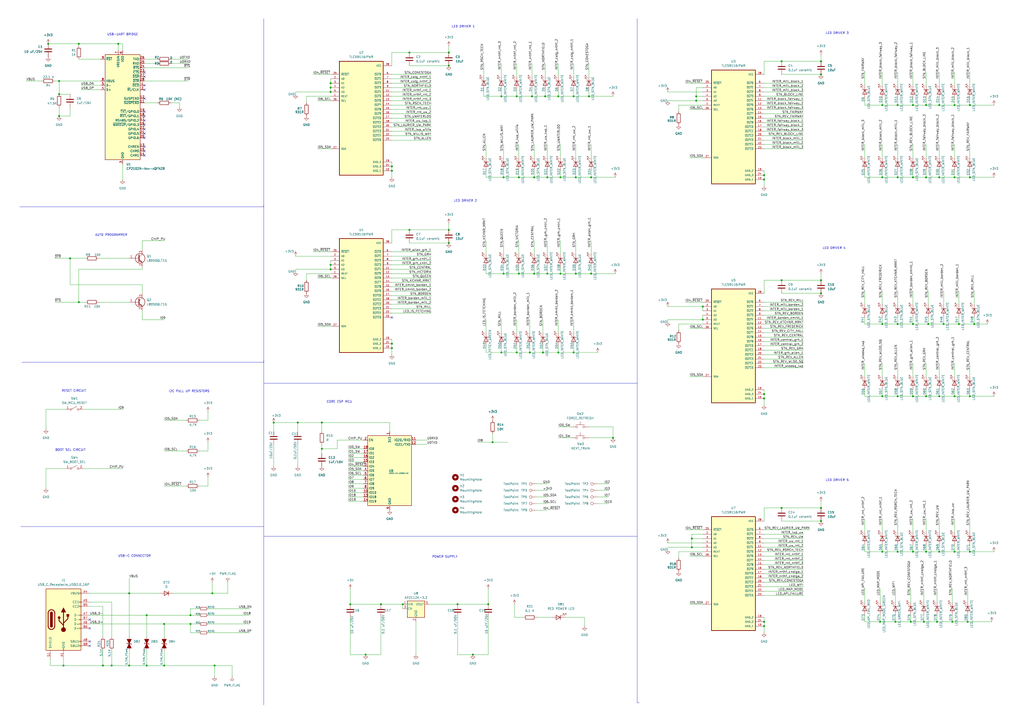
<source format=kicad_sch>
(kicad_sch (version 20250114) (generator "eeschema") (generator_version "9.0")
  (paper "A2")
  (title_block (title "where_is_my_ion") (date "2025-03-02") (company "Yash Karthik"))
  (text "USB-C CONNECTOR" (at 77.978 322.58 0) (effects (font (size 1.27 1.27))))
  (text "BOOT SEL CIRCUIT" (at 40.894 261.112 0) (effects (font (size 1.27 1.27))))
  (text "AUTO PROGRAMMER" (at 64.516 136.398 0) (effects (font (size 1.27 1.27))))
  (text "LED DRIVER 1" (at 268.732 15.494 0) (effects (font (size 1.27 1.27))))
  (text "LED DRIVER 2" (at 270.002 116.586 0) (effects (font (size 1.27 1.27))))
  (text "RESET CIRCUIT" (at 42.926 226.822 0) (effects (font (size 1.27 1.27))))
  (text "POWER SUPPLY" (at 258.064 323.088 0) (effects (font (size 1.27 1.27))))
  (text "LED DRIVER 5" (at 485.648 278.638 0) (effects (font (size 1.27 1.27))))
  (text "USB-UART BRIDGE" (at 71.12 20.066 0) (effects (font (size 1.27 1.27))))
  (text "LED DRIVER 4" (at 483.87 144.018 0) (effects (font (size 1.27 1.27))))
  (text "LED DRIVER 3" (at 485.648 19.304 0) (effects (font (size 1.27 1.27))))
  (text "I2C PULL UP RESISTORS" (at 109.728 227.076 0) (effects (font (size 1.27 1.27))))
  (text "CORE ESP MCU" (at 196.85 233.172 0) (effects (font (size 1.27 1.27))))
  (junction (at 562.61 102.87))
  (junction (at 123.19 344.17))
  (junction (at 265.43 350.52))
  (junction (at 443.23 101.6))
  (junction (at 519.43 360.68))
  (junction (at 64.77 386.08))
  (junction (at 186.69 245.11))
  (junction (at 443.23 231.14))
  (junction (at 227.33 96.52))
  (junction (at 476.25 43.18))
  (junction (at 332.74 55.88))
  (junction (at 299.72 55.88))
  (junction (at 325.12 102.87))
  (junction (at 334.01 158.75))
  (junction (at 401.32 312.42))
  (junction (at 292.1 102.87))
  (junction (at 561.34 360.68))
  (junction (at 110.49 356.87))
  (junction (at 553.72 102.87))
  (junction (at 511.81 60.96))
  (junction (at 528.32 360.68))
  (junction (at 443.23 363.22))
  (junction (at 332.74 204.47))
  (junction (at 110.49 361.95))
  (junction (at 191.77 50.8))
  (junction (at 537.21 320.04))
  (junction (at 237.49 30.48))
  (junction (at 547.37 187.96))
  (junction (at 158.75 245.11))
  (junction (at 355.6 254))
  (junction (at 260.35 30.48))
  (junction (at 34.29 67.31))
  (junction (at 544.83 60.96))
  (junction (at 552.45 360.68))
  (junction (at 191.77 156.21))
  (junction (at 220.98 350.52))
  (junction (at 476.25 170.18))
  (junction (at 401.32 317.5))
  (junction (at 407.67 185.42))
  (junction (at 543.56 360.68))
  (junction (at 260.35 38.1))
  (junction (at 453.39 294.64))
  (junction (at 537.21 102.87))
  (junction (at 341.63 55.88))
  (junction (at 553.72 60.96))
  (junction (at 453.39 162.56))
  (junction (at 172.72 245.11))
  (junction (at 260.35 133.35))
  (junction (at 553.72 320.04))
  (junction (at 34.29 46.99))
  (junction (at 260.35 140.97))
  (junction (at 476.25 35.56))
  (junction (at 290.83 55.88))
  (junction (at 290.83 204.47))
  (junction (at 233.68 350.52))
  (junction (at 299.72 204.47))
  (junction (at 510.54 360.68))
  (junction (at 443.23 228.6))
  (junction (at 334.01 102.87))
  (junction (at 191.77 153.67))
  (junction (at 27.94 25.4))
  (junction (at 565.15 187.96))
  (junction (at 283.21 350.52))
  (junction (at 308.61 55.88))
  (junction (at 237.49 133.35))
  (junction (at 537.21 60.96))
  (junction (at 529.59 60.96))
  (junction (at 300.99 158.75))
  (junction (at 323.85 55.88))
  (junction (at 85.09 356.87))
  (junction (at 529.59 320.04))
  (junction (at 443.23 104.14))
  (junction (at 520.7 60.96))
  (junction (at 40.64 149.86))
  (junction (at 511.81 102.87))
  (junction (at 74.93 344.17))
  (junction (at 316.23 55.88))
  (junction (at 227.33 201.93))
  (junction (at 212.09 379.73))
  (junction (at 535.94 360.68))
  (junction (at 562.61 320.04))
  (junction (at 511.81 320.04))
  (junction (at 562.61 229.87))
  (junction (at 203.2 350.52))
  (junction (at 520.7 229.87))
  (junction (at 227.33 99.06))
  (junction (at 227.33 199.39))
  (junction (at 285.75 256.54))
  (junction (at 544.83 102.87))
  (junction (at 191.77 53.34))
  (junction (at 403.86 58.42))
  (junction (at 556.26 187.96))
  (junction (at 317.5 158.75))
  (junction (at 544.83 320.04))
  (junction (at 342.9 158.75))
  (junction (at 544.83 229.87))
  (junction (at 562.61 60.96))
  (junction (at 323.85 204.47))
  (junction (at 300.99 102.87))
  (junction (at 317.5 102.87))
  (junction (at 529.59 229.87))
  (junction (at 511.81 229.87))
  (junction (at 59.69 386.08))
  (junction (at 538.48 187.96))
  (junction (at 85.09 386.08))
  (junction (at 74.93 386.08))
  (junction (at 407.67 177.8))
  (junction (at 476.25 162.56))
  (junction (at 529.59 102.87))
  (junction (at 309.88 158.75))
  (junction (at 292.1 158.75))
  (junction (at 314.96 204.47))
  (junction (at 95.25 361.95))
  (junction (at 476.25 294.64))
  (junction (at 124.46 386.08))
  (junction (at 443.23 360.68))
  (junction (at 95.25 386.08))
  (junction (at 520.7 187.96))
  (junction (at 520.7 102.87))
  (junction (at 476.25 302.26))
  (junction (at 529.59 187.96))
  (junction (at 453.39 35.56))
  (junction (at 403.86 55.88))
  (junction (at 36.83 386.08))
  (junction (at 191.77 48.26))
  (junction (at 307.34 204.47))
  (junction (at 45.72 25.4))
  (junction (at 274.32 379.73))
  (junction (at 537.21 229.87))
  (junction (at 325.12 158.75))
  (junction (at 511.81 187.96))
  (junction (at 186.69 260.35))
  (junction (at 342.9 102.87))
  (junction (at 520.7 320.04))
  (junction (at 68.58 25.4))
  (junction (at 553.72 229.87))
  (junction (at 34.29 54.61))
  (junction (at 309.88 102.87))
  (junction (at 45.72 175.26))
  (no_connect (at 83.82 87.63))
  (no_connect (at 83.82 49.53))
  (no_connect (at 83.82 64.77))
  (no_connect (at 83.82 41.91))
  (no_connect (at 83.82 67.31))
  (no_connect (at 52.07 359.41))
  (no_connect (at 83.82 77.47))
  (no_connect (at 83.82 52.07))
  (no_connect (at 52.07 372.11))
  (no_connect (at 227.33 184.15))
  (no_connect (at 52.07 374.65))
  (no_connect (at 83.82 85.09))
  (no_connect (at 83.82 69.85))
  (no_connect (at 83.82 90.17))
  (no_connect (at 83.82 74.93))
  (no_connect (at 83.82 80.01))
  (no_connect (at 52.07 364.49))
  (no_connect (at 83.82 72.39))
  (no_connect (at 83.82 57.15))
  (no_connect (at 83.82 44.45))
  (wire (pts (xy 281.94 204.47) (xy 290.83 204.47)))
  (wire (pts (xy 52.07 349.25) (xy 64.77 349.25)))
  (wire (pts (xy 314.96 204.47) (xy 323.85 204.47)))
  (wire (pts (xy 453.39 170.18) (xy 476.25 170.18)))
  (wire (pts (xy 537.21 41.91) (xy 537.21 49.53)))
  (wire (pts (xy 115.57 243.84) (xy 120.65 243.84)))
  (wire (pts (xy 341.63 247.65) (xy 355.6 247.65)))
  (wire (pts (xy 403.86 50.8) (xy 403.86 55.88)))
  (wire (pts (xy 342.9 154.94) (xy 342.9 158.75)))
  (wire (pts (xy 95.25 361.95) (xy 110.49 361.95)))
  (wire (pts (xy 443.23 309.88) (xy 466.09 309.88)))
  (wire (pts (xy 31.75 46.99) (xy 34.29 46.99)))
  (wire (pts (xy 562.61 57.15) (xy 562.61 60.96)))
  (wire (pts (xy 325.12 83.82) (xy 325.12 91.44)))
  (wire (pts (xy 323.85 55.88) (xy 332.74 55.88)))
  (wire (pts (xy 443.23 340.36) (xy 466.09 340.36)))
  (wire (pts (xy 29.21 386.08) (xy 36.83 386.08)))
  (wire (pts (xy 400.05 218.44) (xy 407.67 218.44)))
  (wire (pts (xy 227.33 58.42) (xy 250.19 58.42)))
  (wire (pts (xy 535.94 360.68) (xy 543.56 360.68)))
  (wire (pts (xy 529.59 99.06) (xy 529.59 102.87)))
  (wire (pts (xy 285.75 256.54) (xy 294.64 256.54)))
  (wire (pts (xy 511.81 210.82) (xy 511.81 218.44)))
  (wire (pts (xy 443.23 294.64) (xy 453.39 294.64)))
  (wire (pts (xy 68.58 25.4) (xy 71.12 25.4)))
  (wire (pts (xy 397.51 48.26) (xy 407.67 48.26)))
  (wire (pts (xy 443.23 345.44) (xy 466.09 345.44)))
  (wire (pts (xy 387.35 317.5) (xy 401.32 317.5)))
  (wire (pts (xy 537.21 83.82) (xy 537.21 91.44)))
  (wire (pts (xy 528.32 360.68) (xy 535.94 360.68)))
  (wire (pts (xy 201.93 280.67) (xy 210.82 280.67)))
  (wire (pts (xy 308.61 55.88) (xy 316.23 55.88)))
  (wire (pts (xy 82.55 144.78) (xy 82.55 139.7)))
  (wire (pts (xy 31.75 149.86) (xy 40.64 149.86)))
  (wire (pts (xy 443.23 175.26) (xy 466.09 175.26)))
  (polyline (pts (xy 12.7 210.185) (xy 153.035 210.185)))
  (wire (pts (xy 317.5 83.82) (xy 317.5 91.44)))
  (wire (pts (xy 52.07 361.95) (xy 95.25 361.95)))
  (wire (pts (xy 74.93 335.28) (xy 74.93 344.17)))
  (wire (pts (xy 443.23 360.68) (xy 443.23 363.22)))
  (wire (pts (xy 82.55 139.7) (xy 95.25 139.7)))
  (wire (pts (xy 299.72 55.88) (xy 308.61 55.88)))
  (wire (pts (xy 292.1 102.87) (xy 300.99 102.87)))
  (wire (pts (xy 511.81 168.91) (xy 511.81 176.53)))
  (wire (pts (xy 520.7 210.82) (xy 520.7 218.44)))
  (wire (pts (xy 387.35 186.69) (xy 387.35 185.42)))
  (wire (pts (xy 233.68 350.52) (xy 233.68 353.06)))
  (wire (pts (xy 535.94 356.87) (xy 535.94 360.68)))
  (wire (pts (xy 201.93 262.89) (xy 210.82 262.89)))
  (wire (pts (xy 227.33 153.67) (xy 250.19 153.67)))
  (wire (pts (xy 443.23 337.82) (xy 466.09 337.82)))
  (wire (pts (xy 334.01 99.06) (xy 334.01 102.87)))
  (wire (pts (xy 201.93 265.43) (xy 210.82 265.43)))
  (wire (pts (xy 520.7 168.91) (xy 520.7 176.53)))
  (wire (pts (xy 443.23 226.06) (xy 443.23 228.6)))
  (wire (pts (xy 158.75 257.81) (xy 158.75 270.51)))
  (wire (pts (xy 562.61 60.96) (xy 576.58 60.96)))
  (wire (pts (xy 443.23 71.12) (xy 466.09 71.12)))
  (wire (pts (xy 299.72 200.66) (xy 299.72 204.47)))
  (wire (pts (xy 443.23 208.28) (xy 466.09 208.28)))
  (wire (pts (xy 308.61 52.07) (xy 308.61 55.88)))
  (wire (pts (xy 511.81 57.15) (xy 511.81 60.96)))
  (wire (pts (xy 52.07 351.79) (xy 59.69 351.79)))
  (wire (pts (xy 186.69 245.11) (xy 226.06 245.11)))
  (wire (pts (xy 553.72 83.82) (xy 553.72 91.44)))
  (wire (pts (xy 280.67 52.07) (xy 280.67 55.88)))
  (wire (pts (xy 104.14 59.69) (xy 104.14 62.23)))
  (wire (pts (xy 281.94 154.94) (xy 281.94 158.75)))
  (wire (pts (xy 120.65 367.03) (xy 144.78 367.03)))
  (wire (pts (xy 529.59 210.82) (xy 529.59 218.44)))
  (wire (pts (xy 201.93 278.13) (xy 210.82 278.13)))
  (wire (pts (xy 227.33 50.8) (xy 250.19 50.8)))
  (wire (pts (xy 519.43 341.63) (xy 519.43 349.25)))
  (wire (pts (xy 300.99 154.94) (xy 300.99 158.75)))
  (wire (pts (xy 397.51 175.26) (xy 407.67 175.26)))
  (wire (pts (xy 443.23 53.34) (xy 466.09 53.34)))
  (wire (pts (xy 501.65 83.82) (xy 501.65 91.44)))
  (wire (pts (xy 537.21 60.96) (xy 544.83 60.96)))
  (wire (pts (xy 341.63 254) (xy 355.6 254)))
  (wire (pts (xy 529.59 168.91) (xy 529.59 176.53)))
  (wire (pts (xy 443.23 198.12) (xy 466.09 198.12)))
  (wire (pts (xy 556.26 187.96) (xy 565.15 187.96)))
  (wire (pts (xy 134.62 386.08) (xy 124.46 386.08)))
  (polyline (pts (xy 153.035 210.185) (xy 153.035 208.915)))
  (wire (pts (xy 529.59 316.23) (xy 529.59 320.04)))
  (wire (pts (xy 443.23 325.12) (xy 466.09 325.12)))
  (wire (pts (xy 553.72 60.96) (xy 562.61 60.96)))
  (wire (pts (xy 171.45 53.34) (xy 191.77 53.34)))
  (wire (pts (xy 520.7 102.87) (xy 529.59 102.87)))
  (wire (pts (xy 443.23 312.42) (xy 466.09 312.42)))
  (wire (pts (xy 443.23 203.2) (xy 466.09 203.2)))
  (wire (pts (xy 501.65 356.87) (xy 501.65 360.68)))
  (wire (pts (xy 45.72 25.4) (xy 68.58 25.4)))
  (wire (pts (xy 529.59 187.96) (xy 538.48 187.96)))
  (wire (pts (xy 158.75 245.11) (xy 172.72 245.11)))
  (wire (pts (xy 407.67 50.8) (xy 403.86 50.8)))
  (wire (pts (xy 443.23 190.5) (xy 466.09 190.5)))
  (wire (pts (xy 280.67 36.83) (xy 280.67 44.45)))
  (wire (pts (xy 342.9 139.7) (xy 342.9 147.32)))
  (wire (pts (xy 334.01 139.7) (xy 334.01 147.32)))
  (wire (pts (xy 317.5 154.94) (xy 317.5 158.75)))
  (wire (pts (xy 57.15 149.86) (xy 74.93 149.86)))
  (wire (pts (xy 547.37 184.15) (xy 547.37 187.96)))
  (wire (pts (xy 537.21 300.99) (xy 537.21 308.61)))
  (wire (pts (xy 201.93 275.59) (xy 210.82 275.59)))
  (wire (pts (xy 68.58 25.4) (xy 68.58 29.21)))
  (wire (pts (xy 443.23 200.66) (xy 466.09 200.66)))
  (wire (pts (xy 311.15 288.29) (xy 317.5 288.29)))
  (wire (pts (xy 453.39 162.56) (xy 476.25 162.56)))
  (wire (pts (xy 501.65 102.87) (xy 511.81 102.87)))
  (wire (pts (xy 346.71 284.48) (xy 353.06 284.48)))
  (wire (pts (xy 274.32 379.73) (xy 283.21 379.73)))
  (wire (pts (xy 309.88 139.7) (xy 309.88 147.32)))
  (wire (pts (xy 184.15 58.42) (xy 191.77 58.42)))
  (wire (pts (xy 520.7 320.04) (xy 529.59 320.04)))
  (wire (pts (xy 40.64 165.1) (xy 40.64 149.86)))
  (wire (pts (xy 553.72 41.91) (xy 553.72 49.53)))
  (wire (pts (xy 443.23 86.36) (xy 466.09 86.36)))
  (wire (pts (xy 342.9 102.87) (xy 356.87 102.87)))
  (wire (pts (xy 241.3 360.68) (xy 241.3 379.73)))
  (wire (pts (xy 562.61 226.06) (xy 562.61 229.87)))
  (wire (pts (xy 260.35 129.54) (xy 260.35 133.35)))
  (wire (pts (xy 562.61 210.82) (xy 562.61 218.44)))
  (wire (pts (xy 537.21 102.87) (xy 544.83 102.87)))
  (wire (pts (xy 237.49 38.1) (xy 260.35 38.1)))
  (wire (pts (xy 311.15 280.67) (xy 317.5 280.67)))
  (wire (pts (xy 59.69 377.19) (xy 59.69 386.08)))
  (wire (pts (xy 227.33 45.72) (xy 250.19 45.72)))
  (wire (pts (xy 544.83 57.15) (xy 544.83 60.96)))
  (wire (pts (xy 323.85 204.47) (xy 332.74 204.47)))
  (wire (pts (xy 443.23 66.04) (xy 466.09 66.04)))
  (wire (pts (xy 227.33 146.05) (xy 250.19 146.05)))
  (wire (pts (xy 443.23 180.34) (xy 466.09 180.34)))
  (wire (pts (xy 227.33 78.74) (xy 250.19 78.74)))
  (wire (pts (xy 443.23 307.34) (xy 469.9 307.34)))
  (wire (pts (xy 283.21 379.73) (xy 283.21 358.14)))
  (wire (pts (xy 281.94 139.7) (xy 281.94 147.32)))
  (wire (pts (xy 443.23 185.42) (xy 466.09 185.42)))
  (wire (pts (xy 529.59 184.15) (xy 529.59 187.96)))
  (wire (pts (xy 115.57 353.06) (xy 110.49 353.06)))
  (wire (pts (xy 332.74 36.83) (xy 332.74 44.45)))
  (wire (pts (xy 227.33 73.66) (xy 250.19 73.66)))
  (wire (pts (xy 34.29 54.61) (xy 40.64 54.61)))
  (wire (pts (xy 186.69 257.81) (xy 186.69 260.35)))
  (wire (pts (xy 227.33 66.04) (xy 250.19 66.04)))
  (wire (pts (xy 46.99 49.53) (xy 58.42 49.53)))
  (wire (pts (xy 400.05 190.5) (xy 407.67 190.5)))
  (wire (pts (xy 387.35 318.77) (xy 387.35 317.5)))
  (wire (pts (xy 52.07 344.17) (xy 74.93 344.17)))
  (wire (pts (xy 501.65 341.63) (xy 501.65 349.25)))
  (wire (pts (xy 501.65 41.91) (xy 501.65 49.53)))
  (wire (pts (xy 510.54 356.87) (xy 510.54 360.68)))
  (wire (pts (xy 327.66 358.14) (xy 339.09 358.14)))
  (wire (pts (xy 400.05 91.44) (xy 407.67 91.44)))
  (wire (pts (xy 537.21 316.23) (xy 537.21 320.04)))
  (wire (pts (xy 323.85 200.66) (xy 323.85 204.47)))
  (wire (pts (xy 323.85 185.42) (xy 323.85 193.04)))
  (wire (pts (xy 332.74 52.07) (xy 332.74 55.88)))
  (wire (pts (xy 544.83 229.87) (xy 553.72 229.87)))
  (wire (pts (xy 403.86 55.88) (xy 403.86 58.42)))
  (wire (pts (xy 537.21 57.15) (xy 537.21 60.96)))
  (wire (pts (xy 220.98 350.52) (xy 233.68 350.52)))
  (wire (pts (xy 547.37 187.96) (xy 556.26 187.96)))
  (wire (pts (xy 191.77 50.8) (xy 191.77 53.34)))
  (wire (pts (xy 220.98 358.14) (xy 220.98 379.73)))
  (wire (pts (xy 443.23 187.96) (xy 466.09 187.96)))
  (wire (pts (xy 124.46 386.08) (xy 124.46 392.43)))
  (wire (pts (xy 181.61 146.05) (xy 191.77 146.05)))
  (wire (pts (xy 220.98 350.52) (xy 203.2 350.52)))
  (wire (pts (xy 325.12 102.87) (xy 334.01 102.87)))
  (wire (pts (xy 227.33 158.75) (xy 250.19 158.75)))
  (wire (pts (xy 281.94 185.42) (xy 281.94 193.04)))
  (wire (pts (xy 307.34 185.42) (xy 307.34 193.04)))
  (wire (pts (xy 544.83 99.06) (xy 544.83 102.87)))
  (wire (pts (xy 120.65 281.94) (xy 120.65 276.86)))
  (wire (pts (xy 443.23 322.58) (xy 466.09 322.58)))
  (wire (pts (xy 82.55 165.1) (xy 40.64 165.1)))
  (wire (pts (xy 110.49 361.95) (xy 115.57 361.95)))
  (wire (pts (xy 501.65 60.96) (xy 511.81 60.96)))
  (wire (pts (xy 316.23 52.07) (xy 316.23 55.88)))
  (wire (pts (xy 501.65 226.06) (xy 501.65 229.87)))
  (wire (pts (xy 227.33 140.97) (xy 227.33 133.35)))
  (wire (pts (xy 276.86 256.54) (xy 285.75 256.54)))
  (wire (pts (xy 535.94 341.63) (xy 535.94 349.25)))
  (wire (pts (xy 195.58 260.35) (xy 186.69 260.35)))
  (wire (pts (xy 443.23 358.14) (xy 443.23 360.68)))
  (wire (pts (xy 443.23 50.8) (xy 466.09 50.8)))
  (wire (pts (xy 308.61 36.83) (xy 308.61 44.45)))
  (wire (pts (xy 538.48 184.15) (xy 538.48 187.96)))
  (wire (pts (xy 443.23 317.5) (xy 466.09 317.5)))
  (wire (pts (xy 393.7 187.96) (xy 407.67 187.96)))
  (wire (pts (xy 74.93 344.17) (xy 92.71 344.17)))
  (wire (pts (xy 40.64 149.86) (xy 49.53 149.86)))
  (wire (pts (xy 443.23 81.28) (xy 466.09 81.28)))
  (wire (pts (xy 26.67 237.49) (xy 38.1 237.49)))
  (wire (pts (xy 227.33 201.93) (xy 227.33 205.74)))
  (wire (pts (xy 227.33 196.85) (xy 227.33 199.39)))
  (wire (pts (xy 85.09 377.19) (xy 85.09 386.08)))
  (wire (pts (xy 309.88 102.87) (xy 317.5 102.87)))
  (wire (pts (xy 565.15 187.96) (xy 572.77 187.96)))
  (wire (pts (xy 300.99 83.82) (xy 300.99 91.44)))
  (wire (pts (xy 397.51 307.34) (xy 407.67 307.34)))
  (wire (pts (xy 100.33 344.17) (xy 123.19 344.17)))
  (wire (pts (xy 511.81 316.23) (xy 511.81 320.04)))
  (wire (pts (xy 476.25 158.75) (xy 476.25 162.56)))
  (wire (pts (xy 553.72 316.23) (xy 553.72 320.04)))
  (wire (pts (xy 346.71 280.67) (xy 353.06 280.67)))
  (wire (pts (xy 280.67 55.88) (xy 290.83 55.88)))
  (wire (pts (xy 181.61 43.18) (xy 191.77 43.18)))
  (wire (pts (xy 201.93 288.29) (xy 210.82 288.29)))
  (wire (pts (xy 82.55 185.42) (xy 95.25 185.42)))
  (wire (pts (xy 341.63 52.07) (xy 341.63 55.88)))
  (wire (pts (xy 520.7 57.15) (xy 520.7 60.96)))
  (wire (pts (xy 201.93 283.21) (xy 210.82 283.21)))
  (wire (pts (xy 501.65 316.23) (xy 501.65 320.04)))
  (wire (pts (xy 227.33 55.88) (xy 250.19 55.88)))
  (wire (pts (xy 317.5 99.06) (xy 317.5 102.87)))
  (wire (pts (xy 95.25 361.95) (xy 95.25 369.57)))
  (wire (pts (xy 309.88 154.94) (xy 309.88 158.75)))
  (wire (pts (xy 265.43 358.14) (xy 265.43 379.73)))
  (wire (pts (xy 511.81 300.99) (xy 511.81 308.61)))
  (wire (pts (xy 201.93 270.51) (xy 210.82 270.51)))
  (wire (pts (xy 325.12 154.94) (xy 325.12 158.75)))
  (wire (pts (xy 64.77 377.19) (xy 64.77 386.08)))
  (wire (pts (xy 227.33 81.28) (xy 250.19 81.28)))
  (wire (pts (xy 281.94 102.87) (xy 292.1 102.87)))
  (wire (pts (xy 520.7 187.96) (xy 529.59 187.96)))
  (wire (pts (xy 346.71 292.1) (xy 353.06 292.1)))
  (wire (pts (xy 520.7 226.06) (xy 520.7 229.87)))
  (wire (pts (xy 443.23 73.66) (xy 466.09 73.66)))
  (wire (pts (xy 537.21 229.87) (xy 544.83 229.87)))
  (wire (pts (xy 443.23 55.88) (xy 466.09 55.88)))
  (polyline (pts (xy 153.035 10.795) (xy 153.035 408.94)) (stroke (width 0) (type solid)))
  (polyline (pts (xy 369.57 10.795) (xy 369.57 407.67)) (stroke (width 0) (type solid)))
  (wire (pts (xy 227.33 161.29) (xy 250.19 161.29)))
  (wire (pts (xy 85.09 386.08) (xy 95.25 386.08)))
  (wire (pts (xy 556.26 184.15) (xy 556.26 187.96)))
  (wire (pts (xy 476.25 290.83) (xy 476.25 294.64)))
  (wire (pts (xy 407.67 177.8) (xy 407.67 180.34)))
  (wire (pts (xy 241.3 255.27) (xy 247.65 255.27)))
  (wire (pts (xy 201.93 290.83) (xy 210.82 290.83)))
  (wire (pts (xy 556.26 168.91) (xy 556.26 176.53)))
  (wire (pts (xy 520.7 60.96) (xy 529.59 60.96)))
  (polyline (pts (xy 11.43 120.015) (xy 153.035 120.015)))
  (wire (pts (xy 443.23 335.28) (xy 466.09 335.28)))
  (wire (pts (xy 110.49 367.03) (xy 110.49 361.95)))
  (wire (pts (xy 520.7 41.91) (xy 520.7 49.53)))
  (wire (pts (xy 59.69 351.79) (xy 59.69 369.57)))
  (wire (pts (xy 99.06 36.83) (xy 109.22 36.83)))
  (wire (pts (xy 115.57 261.62) (xy 120.65 261.62)))
  (wire (pts (xy 227.33 68.58) (xy 250.19 68.58)))
  (wire (pts (xy 552.45 360.68) (xy 561.34 360.68)))
  (wire (pts (xy 443.23 83.82) (xy 466.09 83.82)))
  (wire (pts (xy 120.65 361.95) (xy 144.78 361.95)))
  (wire (pts (xy 184.15 86.36) (xy 191.77 86.36)))
  (wire (pts (xy 260.35 26.67) (xy 260.35 30.48)))
  (wire (pts (xy 227.33 71.12) (xy 250.19 71.12)))
  (wire (pts (xy 341.63 55.88) (xy 355.6 55.88)))
  (wire (pts (xy 400.05 350.52) (xy 407.67 350.52)))
  (wire (pts (xy 290.83 36.83) (xy 290.83 44.45)))
  (wire (pts (xy 501.65 184.15) (xy 501.65 187.96)))
  (wire (pts (xy 342.9 158.75) (xy 356.87 158.75)))
  (wire (pts (xy 34.29 67.31) (xy 40.64 67.31)))
  (wire (pts (xy 529.59 226.06) (xy 529.59 229.87)))
  (wire (pts (xy 123.19 337.82) (xy 123.19 344.17)))
  (wire (pts (xy 191.77 153.67) (xy 191.77 156.21)))
  (wire (pts (xy 309.88 158.75) (xy 317.5 158.75)))
  (wire (pts (xy 443.23 35.56) (xy 453.39 35.56)))
  (wire (pts (xy 29.21 382.27) (xy 29.21 386.08)))
  (wire (pts (xy 553.72 300.99) (xy 553.72 308.61)))
  (wire (pts (xy 443.23 210.82) (xy 466.09 210.82)))
  (wire (pts (xy 443.23 43.18) (xy 443.23 35.56)))
  (wire (pts (xy 83.82 36.83) (xy 91.44 36.83)))
  (wire (pts (xy 298.45 358.14) (xy 303.53 358.14)))
  (wire (pts (xy 95.25 261.62) (xy 107.95 261.62)))
  (wire (pts (xy 543.56 341.63) (xy 543.56 349.25)))
  (wire (pts (xy 201.93 260.35) (xy 210.82 260.35)))
  (wire (pts (xy 443.23 68.58) (xy 466.09 68.58)))
  (wire (pts (xy 400.05 322.58) (xy 407.67 322.58)))
  (wire (pts (xy 290.83 185.42) (xy 290.83 193.04)))
  (wire (pts (xy 227.33 171.45) (xy 250.19 171.45)))
  (wire (pts (xy 393.7 320.04) (xy 407.67 320.04)))
  (wire (pts (xy 172.72 257.81) (xy 172.72 270.51)))
  (wire (pts (xy 292.1 83.82) (xy 292.1 91.44)))
  (wire (pts (xy 393.7 191.77) (xy 393.7 187.96)))
  (wire (pts (xy 237.49 30.48) (xy 260.35 30.48)))
  (wire (pts (xy 553.72 99.06) (xy 553.72 102.87)))
  (wire (pts (xy 565.15 168.91) (xy 565.15 176.53)))
  (wire (pts (xy 562.61 99.06) (xy 562.61 102.87)))
  (wire (pts (xy 227.33 53.34) (xy 250.19 53.34)))
  (wire (pts (xy 115.57 281.94) (xy 120.65 281.94)))
  (wire (pts (xy 83.82 46.99) (xy 109.22 46.99)))
  (wire (pts (xy 537.21 320.04) (xy 544.83 320.04)))
  (wire (pts (xy 443.23 78.74) (xy 466.09 78.74)))
  (wire (pts (xy 115.57 367.03) (xy 110.49 367.03)))
  (wire (pts (xy 82.55 154.94) (xy 82.55 156.21)))
  (wire (pts (xy 227.33 199.39) (xy 227.33 201.93)))
  (wire (pts (xy 281.94 158.75) (xy 292.1 158.75)))
  (wire (pts (xy 537.21 99.06) (xy 537.21 102.87)))
  (wire (pts (xy 83.82 39.37) (xy 109.22 39.37)))
  (wire (pts (xy 186.69 260.35) (xy 186.69 262.89)))
  (wire (pts (xy 443.23 320.04) (xy 466.09 320.04)))
  (wire (pts (xy 443.23 342.9) (xy 466.09 342.9)))
  (wire (pts (xy 172.72 245.11) (xy 186.69 245.11)))
  (wire (pts (xy 177.8 59.69) (xy 177.8 55.88)))
  (wire (pts (xy 227.33 60.96) (xy 250.19 60.96)))
  (wire (pts (xy 520.7 229.87) (xy 529.59 229.87)))
  (wire (pts (xy 393.7 323.85) (xy 393.7 320.04)))
  (wire (pts (xy 334.01 83.82) (xy 334.01 91.44)))
  (wire (pts (xy 544.83 320.04) (xy 553.72 320.04)))
  (wire (pts (xy 227.33 133.35) (xy 237.49 133.35)))
  (wire (pts (xy 74.93 377.19) (xy 74.93 386.08)))
  (wire (pts (xy 300.99 158.75) (xy 309.88 158.75)))
  (wire (pts (xy 95.25 243.84) (xy 107.95 243.84)))
  (wire (pts (xy 520.7 184.15) (xy 520.7 187.96)))
  (wire (pts (xy 544.83 102.87) (xy 553.72 102.87)))
  (wire (pts (xy 543.56 360.68) (xy 552.45 360.68)))
  (wire (pts (xy 227.33 173.99) (xy 250.19 173.99)))
  (wire (pts (xy 57.15 175.26) (xy 74.93 175.26)))
  (wire (pts (xy 511.81 60.96) (xy 520.7 60.96)))
  (polyline (pts (xy 153.035 311.15) (xy 369.57 311.15)) (stroke (width 0) (type solid)))
  (wire (pts (xy 561.34 341.63) (xy 561.34 349.25)))
  (wire (pts (xy 520.7 300.99) (xy 520.7 308.61)))
  (wire (pts (xy 529.59 60.96) (xy 537.21 60.96)))
  (wire (pts (xy 195.58 255.27) (xy 210.82 255.27)))
  (wire (pts (xy 529.59 41.91) (xy 529.59 49.53)))
  (wire (pts (xy 443.23 205.74) (xy 466.09 205.74)))
  (wire (pts (xy 529.59 57.15) (xy 529.59 60.96)))
  (wire (pts (xy 562.61 316.23) (xy 562.61 320.04)))
  (wire (pts (xy 511.81 320.04) (xy 520.7 320.04)))
  (wire (pts (xy 387.35 58.42) (xy 403.86 58.42)))
  (wire (pts (xy 227.33 166.37) (xy 250.19 166.37)))
  (wire (pts (xy 334.01 158.75) (xy 342.9 158.75)))
  (wire (pts (xy 299.72 36.83) (xy 299.72 44.45)))
  (wire (pts (xy 443.23 195.58) (xy 466.09 195.58)))
  (wire (pts (xy 519.43 360.68) (xy 528.32 360.68)))
  (wire (pts (xy 510.54 341.63) (xy 510.54 349.25)))
  (wire (pts (xy 45.72 34.29) (xy 58.42 34.29)))
  (wire (pts (xy 26.67 271.78) (xy 38.1 271.78)))
  (wire (pts (xy 298.45 350.52) (xy 298.45 358.14)))
  (wire (pts (xy 561.34 356.87) (xy 561.34 360.68)))
  (wire (pts (xy 511.81 83.82) (xy 511.81 91.44)))
  (wire (pts (xy 443.23 314.96) (xy 466.09 314.96)))
  (wire (pts (xy 316.23 36.83) (xy 316.23 44.45)))
  (wire (pts (xy 501.65 360.68) (xy 510.54 360.68)))
  (wire (pts (xy 562.61 41.91) (xy 562.61 49.53)))
  (wire (pts (xy 186.69 245.11) (xy 186.69 250.19)))
  (wire (pts (xy 403.86 58.42) (xy 407.67 58.42)))
  (wire (pts (xy 453.39 43.18) (xy 476.25 43.18)))
  (wire (pts (xy 45.72 156.21) (xy 45.72 175.26)))
  (wire (pts (xy 191.77 48.26) (xy 191.77 50.8)))
  (wire (pts (xy 46.99 52.07) (xy 58.42 52.07)))
  (wire (pts (xy 501.65 229.87) (xy 511.81 229.87)))
  (wire (pts (xy 443.23 302.26) (xy 443.23 294.64)))
  (wire (pts (xy 227.33 43.18) (xy 250.19 43.18)))
  (wire (pts (xy 227.33 181.61) (xy 250.19 181.61)))
  (wire (pts (xy 332.74 204.47) (xy 346.71 204.47)))
  (wire (pts (xy 83.82 59.69) (xy 91.44 59.69)))
  (wire (pts (xy 171.45 54.61) (xy 171.45 53.34)))
  (wire (pts (xy 48.26 271.78) (xy 71.12 271.78)))
  (wire (pts (xy 332.74 200.66) (xy 332.74 204.47)))
  (wire (pts (xy 387.35 177.8) (xy 407.67 177.8)))
  (wire (pts (xy 227.33 93.98) (xy 227.33 96.52)))
  (wire (pts (xy 387.35 53.34) (xy 407.67 53.34)))
  (wire (pts (xy 292.1 158.75) (xy 300.99 158.75)))
  (wire (pts (xy 177.8 158.75) (xy 191.77 158.75)))
  (wire (pts (xy 292.1 99.06) (xy 292.1 102.87)))
  (wire (pts (xy 134.62 392.43) (xy 134.62 386.08)))
  (wire (pts (xy 120.65 261.62) (xy 120.65 256.54)))
  (wire (pts (xy 201.93 273.05) (xy 210.82 273.05)))
  (wire (pts (xy 281.94 99.06) (xy 281.94 102.87)))
  (wire (pts (xy 501.65 57.15) (xy 501.65 60.96)))
  (wire (pts (xy 227.33 63.5) (xy 250.19 63.5)))
  (wire (pts (xy 443.23 332.74) (xy 466.09 332.74)))
  (wire (pts (xy 339.09 358.14) (xy 339.09 363.22)))
  (wire (pts (xy 74.93 386.08) (xy 85.09 386.08)))
  (wire (pts (xy 553.72 320.04) (xy 562.61 320.04)))
  (wire (pts (xy 342.9 83.82) (xy 342.9 91.44)))
  (wire (pts (xy 290.83 204.47) (xy 299.72 204.47)))
  (wire (pts (xy 511.81 187.96) (xy 520.7 187.96)))
  (wire (pts (xy 325.12 139.7) (xy 325.12 147.32)))
  (wire (pts (xy 171.45 148.59) (xy 191.77 148.59)))
  (wire (pts (xy 40.64 67.31) (xy 40.64 62.23)))
  (wire (pts (xy 265.43 379.73) (xy 274.32 379.73)))
  (wire (pts (xy 403.86 55.88) (xy 407.67 55.88)))
  (wire (pts (xy 285.75 251.46) (xy 285.75 256.54)))
  (wire (pts (xy 99.06 34.29) (xy 109.22 34.29)))
  (wire (pts (xy 544.83 41.91) (xy 544.83 49.53)))
  (wire (pts (xy 561.34 360.68) (xy 575.31 360.68)))
  (wire (pts (xy 307.34 204.47) (xy 314.96 204.47)))
  (polyline (pts (xy 369.57 407.67) (xy 370.84 407.67)))
  (wire (pts (xy 562.61 102.87) (xy 576.58 102.87)))
  (wire (pts (xy 227.33 176.53) (xy 250.19 176.53)))
  (wire (pts (xy 528.32 341.63) (xy 528.32 349.25)))
  (wire (pts (xy 82.55 156.21) (xy 45.72 156.21)))
  (wire (pts (xy 85.09 356.87) (xy 85.09 369.57)))
  (wire (pts (xy 132.08 344.17) (xy 123.19 344.17)))
  (wire (pts (xy 300.99 102.87) (xy 309.88 102.87)))
  (wire (pts (xy 501.65 300.99) (xy 501.65 308.61)))
  (wire (pts (xy 311.15 295.91) (xy 317.5 295.91)))
  (wire (pts (xy 311.15 358.14) (xy 320.04 358.14)))
  (wire (pts (xy 15.24 46.99) (xy 24.13 46.99)))
  (wire (pts (xy 453.39 35.56) (xy 476.25 35.56)))
  (wire (pts (xy 443.23 231.14) (xy 443.23 234.95)))
  (wire (pts (xy 226.06 245.11) (xy 226.06 250.19)))
  (wire (pts (xy 110.49 353.06) (xy 110.49 356.87)))
  (wire (pts (xy 553.72 102.87) (xy 562.61 102.87)))
  (wire (pts (xy 292.1 154.94) (xy 292.1 158.75)))
  (wire (pts (xy 443.23 228.6) (xy 443.23 231.14)))
  (wire (pts (xy 520.7 83.82) (xy 520.7 91.44)))
  (wire (pts (xy 544.83 226.06) (xy 544.83 229.87)))
  (wire (pts (xy 332.74 55.88) (xy 341.63 55.88)))
  (wire (pts (xy 387.35 314.96) (xy 407.67 314.96)))
  (wire (pts (xy 387.35 185.42) (xy 407.67 185.42)))
  (wire (pts (xy 27.94 25.4) (xy 45.72 25.4)))
  (wire (pts (xy 227.33 99.06) (xy 227.33 102.87)))
  (wire (pts (xy 528.32 356.87) (xy 528.32 360.68)))
  (polyline (pts (xy 153.035 222.25) (xy 369.57 222.25)) (stroke (width 0) (type solid)))
  (wire (pts (xy 248.92 350.52) (xy 265.43 350.52)))
  (wire (pts (xy 227.33 179.07) (xy 250.19 179.07)))
  (wire (pts (xy 443.23 63.5) (xy 466.09 63.5)))
  (wire (pts (xy 501.65 187.96) (xy 511.81 187.96)))
  (wire (pts (xy 201.93 267.97) (xy 210.82 267.97)))
  (wire (pts (xy 227.33 156.21) (xy 250.19 156.21)))
  (wire (pts (xy 299.72 204.47) (xy 307.34 204.47)))
  (wire (pts (xy 290.83 200.66) (xy 290.83 204.47)))
  (wire (pts (xy 334.01 154.94) (xy 334.01 158.75)))
  (wire (pts (xy 317.5 139.7) (xy 317.5 147.32)))
  (wire (pts (xy 300.99 99.06) (xy 300.99 102.87)))
  (wire (pts (xy 323.85 36.83) (xy 323.85 44.45)))
  (wire (pts (xy 511.81 102.87) (xy 520.7 102.87)))
  (wire (pts (xy 48.26 237.49) (xy 71.12 237.49)))
  (wire (pts (xy 227.33 30.48) (xy 237.49 30.48)))
  (wire (pts (xy 443.23 60.96) (xy 466.09 60.96)))
  (wire (pts (xy 71.12 95.25) (xy 71.12 104.14)))
  (wire (pts (xy 529.59 102.87) (xy 537.21 102.87)))
  (wire (pts (xy 34.29 62.23) (xy 34.29 67.31)))
  (wire (pts (xy 309.88 83.82) (xy 309.88 91.44)))
  (wire (pts (xy 95.25 377.19) (xy 95.25 386.08)))
  (wire (pts (xy 177.8 162.56) (xy 177.8 158.75)))
  (wire (pts (xy 26.67 271.78) (xy 26.67 283.21)))
  (wire (pts (xy 203.2 379.73) (xy 203.2 358.14)))
  (wire (pts (xy 171.45 157.48) (xy 171.45 156.21)))
  (wire (pts (xy 299.72 52.07) (xy 299.72 55.88)))
  (wire (pts (xy 401.32 309.88) (xy 401.32 312.42)))
  (wire (pts (xy 120.65 243.84) (xy 120.65 238.76)))
  (wire (pts (xy 476.25 31.75) (xy 476.25 35.56)))
  (wire (pts (xy 443.23 162.56) (xy 453.39 162.56)))
  (wire (pts (xy 227.33 38.1) (xy 227.33 30.48)))
  (wire (pts (xy 95.25 386.08) (xy 124.46 386.08)))
  (wire (pts (xy 227.33 163.83) (xy 250.19 163.83)))
  (wire (pts (xy 71.12 29.21) (xy 71.12 25.4)))
  (wire (pts (xy 300.99 139.7) (xy 300.99 147.32)))
  (wire (pts (xy 453.39 294.64) (xy 476.25 294.64)))
  (wire (pts (xy 519.43 356.87) (xy 519.43 360.68)))
  (wire (pts (xy 562.61 300.99) (xy 562.61 308.61)))
  (wire (pts (xy 212.09 379.73) (xy 203.2 379.73)))
  (wire (pts (xy 511.81 41.91) (xy 511.81 49.53)))
  (wire (pts (xy 191.77 151.13) (xy 191.77 153.67)))
  (wire (pts (xy 265.43 350.52) (xy 283.21 350.52)))
  (wire (pts (xy 538.48 187.96) (xy 547.37 187.96)))
  (wire (pts (xy 227.33 48.26) (xy 250.19 48.26)))
  (wire (pts (xy 120.65 353.06) (xy 144.78 353.06)))
  (wire (pts (xy 393.7 64.77) (xy 393.7 60.96)))
  (wire (pts (xy 529.59 300.99) (xy 529.59 308.61)))
  (wire (pts (xy 323.85 247.65) (xy 331.47 247.65)))
  (wire (pts (xy 171.45 156.21) (xy 191.77 156.21)))
  (wire (pts (xy 562.61 320.04) (xy 576.58 320.04)))
  (wire (pts (xy 314.96 200.66) (xy 314.96 204.47)))
  (wire (pts (xy 184.15 161.29) (xy 191.77 161.29)))
  (wire (pts (xy 355.6 247.65) (xy 355.6 254)))
  (wire (pts (xy 311.15 292.1) (xy 317.5 292.1)))
  (wire (pts (xy 120.65 356.87) (xy 144.78 356.87)))
  (wire (pts (xy 562.61 83.82) (xy 562.61 91.44)))
  (wire (pts (xy 64.77 386.08) (xy 74.93 386.08)))
  (wire (pts (xy 82.55 180.34) (xy 82.55 185.42)))
  (wire (pts (xy 552.45 341.63) (xy 552.45 349.25)))
  (wire (pts (xy 317.5 158.75) (xy 325.12 158.75)))
  (wire (pts (xy 34.29 46.99) (xy 58.42 46.99)))
  (wire (pts (xy 82.55 170.18) (xy 82.55 165.1)))
  (wire (pts (xy 553.72 210.82) (xy 553.72 218.44)))
  (wire (pts (xy 544.83 210.82) (xy 544.83 218.44)))
  (wire (pts (xy 323.85 254) (xy 331.47 254)))
  (wire (pts (xy 443.23 193.04) (xy 466.09 193.04)))
  (wire (pts (xy 36.83 386.08) (xy 59.69 386.08)))
  (wire (pts (xy 172.72 250.19) (xy 172.72 245.11)))
  (wire (pts (xy 314.96 185.42) (xy 314.96 193.04)))
  (wire (pts (xy 407.67 182.88) (xy 407.67 185.42)))
  (wire (pts (xy 552.45 356.87) (xy 552.45 360.68)))
  (wire (pts (xy 401.32 312.42) (xy 407.67 312.42)))
  (wire (pts (xy 227.33 151.13) (xy 250.19 151.13)))
  (wire (pts (xy 158.75 245.11) (xy 158.75 250.19)))
  (wire (pts (xy 443.23 182.88) (xy 466.09 182.88)))
  (wire (pts (xy 241.3 257.81) (xy 247.65 257.81)))
  (wire (pts (xy 177.8 55.88) (xy 191.77 55.88)))
  (wire (pts (xy 538.48 168.91) (xy 538.48 176.53)))
  (wire (pts (xy 227.33 148.59) (xy 250.19 148.59)))
  (wire (pts (xy 227.33 96.52) (xy 227.33 99.06)))
  (wire (pts (xy 52.07 356.87) (xy 85.09 356.87)))
  (wire (pts (xy 95.25 281.94) (xy 107.95 281.94)))
  (wire (pts (xy 317.5 102.87) (xy 325.12 102.87)))
  (wire (pts (xy 45.72 175.26) (xy 49.53 175.26)))
  (wire (pts (xy 59.69 386.08) (xy 64.77 386.08)))
  (wire (pts (xy 501.65 99.06) (xy 501.65 102.87)))
  (wire (pts (xy 529.59 83.82) (xy 529.59 91.44)))
  (wire (pts (xy 544.83 60.96) (xy 553.72 60.96)))
  (wire (pts (xy 544.83 316.23) (xy 544.83 320.04)))
  (wire (pts (xy 443.23 213.36) (xy 466.09 213.36)))
  (wire (pts (xy 220.98 379.73) (xy 212.09 379.73)))
  (wire (pts (xy 201.93 285.75) (xy 210.82 285.75)))
  (wire (pts (xy 443.23 76.2) (xy 466.09 76.2)))
  (wire (pts (xy 562.61 229.87) (xy 576.58 229.87)))
  (wire (pts (xy 203.2 341.63) (xy 203.2 350.52)))
  (wire (pts (xy 511.81 226.06) (xy 511.81 229.87)))
  (wire (pts (xy 346.71 288.29) (xy 353.06 288.29)))
  (polyline (pts (xy 153.035 120.015) (xy 153.035 118.745)))
  (wire (pts (xy 565.15 184.15) (xy 565.15 187.96)))
  (wire (pts (xy 443.23 48.26) (xy 466.09 48.26)))
  (wire (pts (xy 443.23 363.22) (xy 443.23 367.03)))
  (wire (pts (xy 227.33 76.2) (xy 250.19 76.2)))
  (wire (pts (xy 227.33 168.91) (xy 250.19 168.91)))
  (wire (pts (xy 309.88 99.06) (xy 309.88 102.87)))
  (wire (pts (xy 407.67 309.88) (xy 401.32 309.88)))
  (wire (pts (xy 443.23 327.66) (xy 466.09 327.66)))
  (wire (pts (xy 520.7 99.06) (xy 520.7 102.87)))
  (wire (pts (xy 31.75 175.26) (xy 45.72 175.26)))
  (wire (pts (xy 401.32 312.42) (xy 401.32 317.5)))
  (wire (pts (xy 520.7 316.23) (xy 520.7 320.04)))
  (wire (pts (xy 110.49 356.87) (xy 115.57 356.87)))
  (wire (pts (xy 237.49 133.35) (xy 260.35 133.35)))
  (wire (pts (xy 341.63 36.83) (xy 341.63 44.45)))
  (wire (pts (xy 281.94 200.66) (xy 281.94 204.47)))
  (wire (pts (xy 342.9 99.06) (xy 342.9 102.87)))
  (wire (pts (xy 99.06 59.69) (xy 104.14 59.69)))
  (wire (pts (xy 443.23 177.8) (xy 466.09 177.8)))
  (wire (pts (xy 316.23 55.88) (xy 323.85 55.88)))
  (wire (pts (xy 553.72 229.87) (xy 562.61 229.87)))
  (wire (pts (xy 34.29 46.99) (xy 34.29 54.61)))
  (wire (pts (xy 553.72 226.06) (xy 553.72 229.87)))
  (wire (pts (xy 501.65 168.91) (xy 501.65 176.53)))
  (wire (pts (xy 299.72 185.42) (xy 299.72 193.04)))
  (polyline (pts (xy 12.065 305.435) (xy 153.035 305.435)))
  (wire (pts (xy 26.67 237.49) (xy 26.67 248.92)))
  (wire (pts (xy 443.23 101.6) (xy 443.23 104.14)))
  (wire (pts (xy 191.77 45.72) (xy 191.77 48.26)))
  (wire (pts (xy 553.72 57.15) (xy 553.72 60.96)))
  (wire (pts (xy 544.83 300.99) (xy 544.83 308.61)))
  (wire (pts (xy 537.21 226.06) (xy 537.21 229.87)))
  (wire (pts (xy 290.83 55.88) (xy 299.72 55.88)))
  (wire (pts (xy 281.94 83.82) (xy 281.94 91.44)))
  (wire (pts (xy 501.65 210.82) (xy 501.65 218.44)))
  (wire (pts (xy 510.54 360.68) (xy 519.43 360.68)))
  (wire (pts (xy 543.56 356.87) (xy 543.56 360.68)))
  (wire (pts (xy 401.32 317.5) (xy 407.67 317.5)))
  (wire (pts (xy 511.81 99.06) (xy 511.81 102.87)))
  (wire (pts (xy 443.23 330.2) (xy 466.09 330.2)))
  (wire (pts (xy 290.83 52.07) (xy 290.83 55.88)))
  (wire (pts (xy 511.81 184.15) (xy 511.81 187.96)))
  (wire (pts (xy 443.23 170.18) (xy 443.23 162.56)))
  (wire (pts (xy 45.72 25.4) (xy 45.72 26.67)))
  (wire (pts (xy 332.74 185.42) (xy 332.74 193.04)))
  (wire (pts (xy 132.08 337.82) (xy 132.08 344.17)))
  (wire (pts (xy 501.65 320.04) (xy 511.81 320.04)))
  (wire (pts (xy 195.58 255.27) (xy 195.58 260.35)))
  (wire (pts (xy 537.21 210.82) (xy 537.21 218.44)))
  (wire (pts (xy 511.81 229.87) (xy 520.7 229.87)))
  (wire (pts (xy 443.23 104.14) (xy 443.23 107.95)))
  (wire (pts (xy 400.05 63.5) (xy 407.67 63.5)))
  (wire (pts (xy 393.7 60.96) (xy 407.67 60.96)))
  (wire (pts (xy 323.85 52.07) (xy 323.85 55.88)))
  (wire (pts (xy 184.15 189.23) (xy 191.77 189.23)))
  (wire (pts (xy 83.82 34.29) (xy 91.44 34.29)))
  (wire (pts (xy 325.12 158.75) (xy 334.01 158.75)))
  (wire (pts (xy 544.83 83.82) (xy 544.83 91.44)))
  (wire (pts (xy 325.12 99.06) (xy 325.12 102.87)))
  (wire (pts (xy 334.01 102.87) (xy 342.9 102.87)))
  (wire (pts (xy 529.59 320.04) (xy 537.21 320.04)))
  (wire (pts (xy 64.77 349.25) (xy 64.77 369.57)))
  (wire (pts (xy 529.59 229.87) (xy 537.21 229.87)))
  (wire (pts (xy 237.49 140.97) (xy 260.35 140.97)))
  (wire (pts (xy 283.21 341.63) (xy 283.21 350.52)))
  (wire (pts (xy 36.83 386.08) (xy 36.83 382.27)))
  (wire (pts (xy 453.39 302.26) (xy 476.25 302.26)))
  (wire (pts (xy 311.15 284.48) (xy 317.5 284.48)))
  (wire (pts (xy 74.93 344.17) (xy 74.93 369.57)))
  (wire (pts (xy 292.1 139.7) (xy 292.1 147.32)))
  (wire (pts (xy 547.37 168.91) (xy 547.37 176.53)))
  (wire (pts (xy 443.23 58.42) (xy 466.09 58.42)))
  (wire (pts (xy 443.23 99.06) (xy 443.23 101.6)))
  (wire (pts (xy 307.34 200.66) (xy 307.34 204.47)))
  (wire (pts (xy 85.09 356.87) (xy 110.49 356.87)))
  (label "INTER_rnt_uw_1" (at 342.9 87.63 90))
  (label "INTER_block_fairway_1" (at 466.09 58.42 180))
  (label "STN_REV_MILL" (at 565.15 172.72 90))
  (label "INTER_rnt_nrthf_2" (at 501.65 304.8 90))
  (label "IO6_SCL" (at 314.96 292.1 0))
  (label "INTER_grh_allen_1" (at 466.09 205.74 180))
  (label "STN_GRH" (at 334.01 143.51 90))
  (label "IO2" (at 350.52 280.67 0))
  (label "IO5_SDA" (at 184.15 189.23 0))
  (label "STN_BLOCK_LINE" (at 537.21 45.72 90))
  (label "IO5_SDA" (at 400.05 218.44 0))
  (label "INTER_mill_block_1" (at 466.09 48.26 180))
  (label "INTER_uw_lwp_1" (at 250.19 71.12 180))
  (label "INTER_grh_cntrl_2" (at 317.5 143.51 90))
  (label "INTER_cstg_nrthf_1" (at 250.19 45.72 180))
  (label "STN_CENTRAL" (at 250.19 156.21 180))
  (label "LED_API_FAILURE" (at 501.65 345.44 90))
  (label "STN_FAIRWAY" (at 501.65 45.72 90))
  (label "STN_BORDEN" (at 250.19 171.45 180))
  (label "INTER_block_fairway_2" (at 466.09 60.96 180))
  (label "U0RXD" (at 104.14 36.83 0))
  (label "INTER_mill_block_3" (at 544.83 45.72 90))
  (label "INTER_block_fairway_1" (at 529.59 45.72 90))
  (label "INTER_fairway_block_2" (at 544.83 87.63 90))
  (label "STN_NORTHFIELD" (at 250.19 50.8 180))
  (label "IO4_~{RESET}" (at 181.61 43.18 0))
  (label "IO3" (at 350.52 284.48 0))
  (label "IO8" (at 276.86 256.54 0))
  (label "STN_REV_CENTRAL" (at 562.61 214.63 90))
  (label "IO6_SCL" (at 400.05 63.5 0))
  (label "~{RTS}" (at 31.75 175.26 0))
  (label "LED_MAP_MODE" (at 466.09 342.9 180))
  (label "STN_WILLIS_WAY" (at 250.19 78.74 180))
  (label "LED_API_FAILURE" (at 466.09 345.44 180))
  (label "STN_REV_GRH" (at 537.21 214.63 90))
  (label "INTER_cstg_nrthf_2" (at 323.85 40.64 90))
  (label "INTER_uw_rnt_1" (at 466.09 314.96 180))
  (label "INTER_nrthf_cnstga_1" (at 543.56 345.44 90))
  (label "STN_REV_KTCHNR_MRKT" (at 466.09 187.96 180))
  (label "GND" (at 314.96 280.67 0))
  (label "STN_ALLEN" (at 250.19 81.28 180))
  (label "STN_REV_UW" (at 544.83 304.8 90))
  (label "INTER_block_fairway_3" (at 466.09 63.5 180))
  (label "STN_UWATERLOO" (at 325.12 87.63 90))
  (label "STN_REV_RSRCH_TECH" (at 466.09 320.04 180))
  (label "INTER_borden_mill_1" (at 250.19 173.99 180))
  (label "IO19" (at 201.93 290.83 0))
  (label "IO6_SCL" (at 201.93 275.59 0))
  (label "INTER_fairway_block_3" (at 466.09 76.2 180))
  (label "INTER_central_grh_2" (at 466.09 200.66 180))
  (label "IO10" (at 201.93 285.75 0))
  (label "INTER_block_fairway_2" (at 520.7 45.72 90))
  (label "STN_RSCH_TECH" (at 250.19 60.96 180))
  (label "INTER_fairway_block_2" (at 466.09 73.66 180))
  (label "IO1_SW" (at 201.93 262.89 0))
  (label "STN_CONESTOGA" (at 341.63 40.64 90))
  (label "STN_NORTHFIELD" (at 316.23 40.64 90))
  (label "~{RTS}" (at 106.68 39.37 0))
  (label "STN_CENTRAL" (at 309.88 143.51 90))
  (label "INTER_kmrkt_borden_1" (at 332.74 189.23 90))
  (label "STN_REV_LAURIER_UW_PARK" (at 562.61 304.8 90))
  (label "IO4_~{RESET}" (at 397.51 175.26 0))
  (label "INTER_rnt_nrthf_1" (at 466.09 322.58 180))
  (label "INTER_grh_cntrl_1" (at 250.19 151.13 180))
  (label "IO18" (at 201.93 288.29 0))
  (label "STN_REV_WLOO_SQ" (at 511.81 214.63 90))
  (label "STN_VICTORIA" (at 300.99 143.51 90))
  (label "STN_REV_CONESTOGA" (at 466.09 337.82 180))
  (label "STN_BORDEN" (at 314.96 189.23 90))
  (label "STN_REV_UW" (at 466.09 312.42 180))
  (label "IO0_SW" (at 201.93 260.35 0))
  (label "INTER_uw_rnt_1" (at 537.21 304.8 90))
  (label "IO0_SW" (at 323.85 247.65 0))
  (label "LED_IS_FETCHING" (at 250.19 181.61 180))
  (label "INTER_wloosq_lwp" (at 501.65 214.63 90))
  (label "INTER_fairway_block_1" (at 466.09 71.12 180))
  (label "STN_REV_KTCHNR_MRKT" (at 520.7 172.72 90))
  (label "INTER_rnt_nrthf_3" (at 466.09 327.66 180))
  (label "INTER_central_grh_1" (at 553.72 214.63 90))
  (label "INTER_grh_cntrl_1" (at 325.12 143.51 90))
  (label "~{DTR}" (at 106.68 46.99 0))
  (label "INTER_uw_rnt_2" (at 466.09 317.5 180))
  (label "INTER_mill_borden_2" (at 547.37 172.72 90))
  (label "CHIP_PU" (at 201.93 255.27 0))
  (label "INTER_borden_kmrkt_1" (at 529.59 172.72 90))
  (label "STN_LAURIER_UW_PARK" (at 309.88 87.63 90))
  (label "IO6_SCL" (at 400.05 322.58 0))
  (label "INTER_lwp_uw" (at 553.72 304.8 90))
  (label "USB_DN" (at 46.99 49.53 0))
  (label "STN_REV_GRH" (at 466.09 203.2 180))
  (label "INTER_mill_block_2" (at 466.09 50.8 180))
  (label "IO7" (at 350.52 288.29 0))
  (label "CHIP_PU" (at 87.63 139.7 0))
  (label "INTER_rnt_uw_1" (at 250.19 63.5 180))
  (label "IO18" (at 140.97 356.87 0))
  (label "U0TXD" (at 104.14 34.29 0))
  (label "LED_MAP_MODE" (at 510.54 345.44 90))
  (label "IO5_SDA" (at 184.15 86.36 0))
  (label "INTER_block_mill_1" (at 466.09 81.28 180))
  (label "INTER_block_mill_2" (at 511.81 87.63 90))
  (label "IO6_SCL" (at 95.25 261.62 0))
  (label "IO9" (at 92.71 185.42 0))
  (label "INTER_mill_borden_2" (at 466.09 177.8 180))
  (label "USB_DP" (at 46.99 52.07 0))
  (label "STN_UWATERLOO" (at 250.19 68.58 180))
  (label "IO5_SDA" (at 201.93 273.05 0))
  (label "STN_REV_FREDERICK" (at 511.81 172.72 90))
  (label "INTER_cstg_nrthf_2" (at 250.19 48.26 180))
  (label "IO4_~{RESET}" (at 397.51 307.34 0))
  (label "STN_KCHNR_MRKT" (at 250.19 163.83 180))
  (label "INTER_fairway_block_3" (at 537.21 87.63 90))
  (label "INTER_nrthf_rnt_2" (at 250.19 55.88 180))
  (label "INTER_borden_mill_1" (at 307.34 189.23 90))
  (label "STN_FAIRWAY" (at 466.09 66.04 180))
  (label "STN_ALLEN" (at 281.94 87.63 90))
  (label "STN_REV_ALLEN" (at 520.7 214.63 90))
  (label "STN_REV_BLOCK_LINE" (at 529.59 87.63 90))
  (label "USB_D+" (at 52.07 361.95 0))
  (label "IO5_SDA" (at 95.25 243.84 0))
  (label "INTER_block_fairway_3" (at 511.81 45.72 90))
  (label "INTER_mill_block_2" (at 553.72 45.72 90))
  (label "INTER_block_mill_3" (at 466.09 86.36 180))
  (label "INTER_allen_grh_1" (at 250.19 146.05 180))
  (label "IO5_SDA" (at 400.05 350.52 0))
  (label "~{DTR}" (at 31.75 149.86 0))
  (label "INTER_block_mill_3" (at 501.65 87.63 90))
  (label "STN_QUEEN" (at 250.19 161.29 180))
  (label "INTER_rnt_nrthf_3" (at 561.34 345.44 90))
  (label "INTER_nrthf_rnt_2" (at 299.72 40.64 90))
  (label "INTER_lwp_willis" (at 250.19 76.2 180))
  (label "IO8" (at 201.93 280.67 0))
  (label "IO4_~{RESET}" (at 181.61 146.05 0))
  (label "STN_REV_MILL" (at 466.09 175.26 180))
  (label "STN_REV_CENTRAL" (at 466.09 195.58 180))
  (label "IO6_SCL" (at 184.15 161.29 0))
  (label "IO1_SW" (at 323.85 254 0))
  (label "STN_REV_BORDEN" (at 538.48 172.72 90))
  (label "STN_QUEEN" (at 292.1 143.51 90))
  (label "INTER_nrthf_cnstga_2" (at 466.09 335.28 180))
  (label "INTER_uw_rnt_2" (at 529.59 304.8 90))
  (label "IO2" (at 201.93 265.43 0))
  (label "U0RXD" (at 247.65 255.27 0))
  (label "INTER_nrthf_rnt_1" (at 250.19 53.34 180))
  (label "INTER_rnt_nrthf_2" (at 466.09 325.12 180))
  (label "IO9" (at 68.58 237.49 0))
  (label "IO4_~{RESET}" (at 397.51 48.26 0))
  (label "STN_REV_CITY_HALL" (at 466.09 193.04 180))
  (label "IO10" (at 350.52 292.1 0))
  (label "IO6_SCL" (at 184.15 58.42 0))
  (label "LED_IS_FETCHING" (at 281.94 189.23 90))
  (label "STN_CONESTOGA" (at 250.19 43.18 180))
  (label "IO4_~{RESET}" (at 95.25 281.94 0))
  (label "INTER_mill_block_1" (at 562.61 45.72 90))
  (label "STN_REV_FAIRWAY" (at 466.09 68.58 180))
  (label "INTER_allen_grh_1" (at 342.9 143.51 90))
  (label "IO3" (at 201.93 267.97 0))
  (label "VBUS" (at 15.24 46.99 0))
  (label "INTER_mill_borden_1" (at 556.26 172.72 90))
  (label "INTER_nrthf_rnt_3" (at 250.19 58.42 180))
  (label "INTER_kmrkt_borden_2" (at 323.85 189.23 90))
  (label "INTER_lwp_willis" (at 300.99 87.63 90))
  (label "STN_REV_NORTHFIELD" (at 552.45 345.44 90))
  (label "IO6_SCL" (at 400.05 190.5 0))
  (label "INTER_rnt_uw_2" (at 250.19 66.04 180))
  (label "INTER_nrthf_cnstga_2" (at 535.94 345.44 90))
  (label "INTER_nrthf_cnstga_1" (at 466.09 332.74 180))
  (label "STN_REV_RSRCH_TECH" (at 520.7 304.8 90))
  (label "STN_MILL" (at 290.83 189.23 90))
  (label "INTER_kmrkt_borden_1" (at 250.19 166.37 180))
  (label "STN_BLOCK_LINE" (at 466.09 55.88 180))
  (label "INTER_kmrkt_borden_2" (at 250.19 168.91 180))
  (label "INTER_central_grh_2" (at 544.83 214.63 90))
  (label "CHIP_PU" (at 63.5 271.78 0))
  (label "VBUS" (at 74.93 335.28 0))
  (label "STN_REV_CITY_HALL" (at 501.65 172.72 90))
  (label "+3V3" (at 314.96 284.48 0))
  (label "USB_DP" (at 138.43 367.03 0))
  (label "INTER_nrthf_rnt_1" (at 308.61 40.64 90))
  (label "INTER_central_grh_1" (at 466.09 198.12 180))
  (label "INTER_mill_block_3" (at 466.09 53.34 180))
  (label "LED_WIFI" (at 519.43 345.44 90))
  (label "STN_RSCH_TECH" (at 280.67 40.64 90))
  (label "U0TXD" (at 247.65 257.81 0))
  (label "STN_MILL" (at 250.19 179.07 180))
  (label "IO19" (at 140.97 361.95 0))
  (label "IO4_~{RESET}" (at 201.93 270.51 0))
  (label "INTER_mill_borden_1" (at 466.09 180.34 180))
  (label "STN_REV_LAURIER_UW_PARK" (at 469.9 307.34 180))
  (label "USB_DN" (at 138.43 353.06 0))
  (label "IO7" (at 201.93 278.13 0))
  (label "STN_WILLIS_WAY" (at 292.1 87.63 90))
  (label "STN_REV_WLOO_SQ" (at 466.09 210.82 180))
  (label "INTER_uw_lwp_1" (at 317.5 87.63 90))
  (label "INTER_fairway_block_1" (at 553.72 87.63 90))
  (label "INTER_rnt_nrthf_1" (at 511.81 304.8 90))
  (label "STN_REV_FAIRWAY" (at 562.61 87.63 90))
  (label "STN_REV_FREDERICK" (at 466.09 190.5 180))
  (label "INTER_block_mill_1" (at 520.7 87.63 90))
  (label "INTER_rnt_uw_2" (at 334.01 87.63 90))
  (label "INTER_borden_mill_2" (at 299.72 189.23 90))
  (label "STN_REV_NORTHFIELD" (at 466.09 330.2 180))
  (label "IO4_~{RESET}" (at 314.96 295.91 0))
  (label "INTER_cstg_nrthf_1" (at 332.74 40.64 90))
  (label "INTER_block_mill_2" (at 466.09 83.82 180))
  (label "INTER_wloosq_lwp" (at 466.09 213.36 180))
  (label "LED_WIFI" (at 466.09 340.36 180))
  (label "STN_REV_ALLEN" (at 466.09 208.28 180))
  (label "INTER_borden_kmrkt_1" (at 466.09 185.42 180))
  (label "INTER_grh_allen_1" (at 529.59 214.63 90))
  (label "STN_GRH" (at 250.19 148.59 180))
  (label "IO5_SDA" (at 314.96 288.29 0))
  (label "STN_KCHNR_MRKT" (at 281.94 143.51 90))
  (label "IO9" (at 201.93 283.21 0))
  (label "USB_D-" (at 52.07 356.87 0))
  (label "INTER_borden_mill_2" (at 250.19 176.53 180))
  (label "IO5_SDA" (at 400.05 91.44 0))
  (label "STN_LAURIER_UW_PARK" (at 250.19 73.66 180))
  (label "INTER_grh_cntrl_2" (at 250.19 153.67 180))
  (label "STN_REV_CONESTOGA" (at 528.32 345.44 90))
  (label "STN_VICTORIA" (at 250.19 158.75 180))
  (label "STN_REV_BLOCK_LINE" (at 466.09 78.74 180))
  (label "INTER_nrthf_rnt_3" (at 290.83 40.64 90))
  (label "STN_REV_BORDEN" (at 466.09 182.88 180))
  (label "INTER_lwp_uw" (at 466.09 309.88 180))
  (symbol (lib_id "Device:R_Small") (at 118.11 356.87 90) (unit 1)
    (property "Reference" "R20" (at 114.808 356.108 90) (effects (font (size 0.889 0.889))))
    (property "Value" "0(1%)" (at 122.428 355.854 90) (effects (font (size 0.889 0.889))))
    (property "Footprint" "Resistor_SMD:R_0603_1608Metric" (effects (hide yes)))
    (property "Description" "Resistor, small symbol" (effects (hide yes)))
  )
  (symbol (lib_id "Device:LED") (at 553.72 53.34 270) (unit 1)
    (property "Reference" "D15" (at 552.704 57.658 0))
    (property "Value" "LED_INTER_WHITE" (at 556.006 56.388 0))
    (property "Footprint" "LED_SMD:LED_0603_1608Metric" (effects (hide yes)))
    (property "Description" "Light emitting diode" (effects (hide yes)))
    (property "Sim.Pins" "1=K 2=A" (effects (hide yes)))
  )
  (symbol (lib_id "power:+3V3") (at 27.94 25.4 0) (unit 1)
    (property "Reference" "#PWR01" (effects (hide yes)))
    (property "Value" "+3V3" (at 27.94 20.32 0))
    (property "Description" "Power symbol creates a global label with name \"+3V3\"" (effects (hide yes)))
  )
  (symbol (lib_id "Device:LED") (at 280.67 48.26 270) (unit 1)
    (property "Reference" "D1" (at 279.654 51.816 0))
    (property "Value" "LED_STN_BLUE" (at 282.956 51.308 0))
    (property "Footprint" "LED_SMD:LED_0603_1608Metric" (effects (hide yes)))
    (property "Description" "Light emitting diode" (effects (hide yes)))
    (property "Sim.Pins" "1=K 2=A" (effects (hide yes)))
    (property "LCSC Part Num." "C497940" (effects (hide yes)))
  )
  (symbol (lib_id "Device:LED") (at 547.37 180.34 270) (unit 1)
    (property "Reference" "D46" (at 546.1 185.42 0))
    (property "Value" "LED_INTER_WHITE" (at 549.656 183.388 0))
    (property "Footprint" "LED_SMD:LED_0603_1608Metric" (effects (hide yes)))
    (property "Description" "Light emitting diode" (effects (hide yes)))
    (property "Sim.Pins" "1=K 2=A" (effects (hide yes)))
  )
  (symbol (lib_id "power:+3V3") (at 476.25 158.75 0) (unit 1)
    (property "Reference" "#PWR026" (effects (hide yes)))
    (property "Value" "+3V3" (at 476.25 153.67 0))
    (property "Description" "Power symbol creates a global label with name \"+3V3\"" (effects (hide yes)))
  )
  (symbol (lib_id "Device:LED") (at 544.83 222.25 270) (unit 1)
    (property "Reference" "D61" (at 543.814 227.076 0))
    (property "Value" "LED_INTER_WHITE" (at 547.116 225.298 0))
    (property "Footprint" "LED_SMD:LED_0603_1608Metric" (effects (hide yes)))
    (property "Description" "Light emitting diode" (effects (hide yes)))
    (property "Sim.Pins" "1=K 2=A" (effects (hide yes)))
  )
  (symbol (lib_id "Device:LED") (at 561.34 353.06 270) (unit 1)
    (property "Reference" "D80" (at 560.324 358.14 0))
    (property "Value" "LED_INTER_WHITE" (at 563.626 356.108 0))
    (property "Footprint" "LED_SMD:LED_0603_1608Metric" (effects (hide yes)))
    (property "Description" "Light emitting diode" (effects (hide yes)))
    (property "Sim.Pins" "1=K 2=A" (effects (hide yes)))
  )
  (symbol (lib_id "Device:C") (at 453.39 166.37 0) (unit 1)
    (property "Reference" "C9" (at 457.2 165.0999 0) (effects (justify left)))
    (property "Value" "0.1uF ceramic" (at 457.2 167.6399 0) (effects (justify left)))
    (property "Footprint" "Capacitor_SMD:C_0603_1608Metric" (effects (hide yes)))
    (property "Description" "Unpolarized capacitor" (effects (hide yes)))
  )
  (symbol (lib_id "power:+3V3") (at 283.21 341.63 0) (unit 1)
    (property "Reference" "#PWR057" (effects (hide yes)))
    (property "Value" "+3V3" (at 283.21 336.55 0))
    (property "Description" "Power symbol creates a global label with name \"+3V3\"" (effects (hide yes)))
  )
  (symbol (lib_id "Device:C") (at 40.64 58.42 0) (unit 1)
    (property "Reference" "C6" (at 44.45 57.1499 0) (effects (justify left)))
    (property "Value" "1uF/16V" (at 44.45 59.6899 0) (effects (justify left)))
    (property "Footprint" "Capacitor_SMD:C_0805_2012Metric" (effects (hide yes)))
    (property "Description" "Unpolarized capacitor" (effects (hide yes)))
    (property "LCSC Part Num." "C24123" (effects (hide yes)))
  )
  (symbol (lib_id "power:GND") (at 387.35 186.69 0) (unit 1)
    (property "Reference" "#PWR030" (effects (hide yes)))
    (property "Value" "GND" (at 385.064 186.69 0))
    (property "Description" "Power symbol creates a global label with name \"GND\" , ground" (effects (hide yes)))
  )
  (symbol (lib_id "power:GND") (at 476.25 302.26 0) (unit 1)
    (property "Reference" "#PWR050" (effects (hide yes)))
    (property "Value" "GND" (at 476.25 307.34 0))
    (property "Description" "Power symbol creates a global label with name \"GND\" , ground" (effects (hide yes)))
  )
  (symbol (lib_id "Device:R") (at 177.8 166.37 0) (unit 1)
    (property "Reference" "R10" (at 172.466 165.862 0) (effects (justify left)))
    (property "Value" "931R" (at 171.196 167.894 0) (effects (justify left)))
    (property "Footprint" "Resistor_SMD:R_0603_1608Metric" (effects (hide yes)))
    (property "Description" "Resistor" (effects (hide yes)))
  )
  (symbol (lib_id "Device:LED") (at 281.94 151.13 270) (unit 1)
    (property "Reference" "D33" (at 280.924 155.194 0))
    (property "Value" "LED_STN_BLUE" (at 284.226 154.178 0))
    (property "Footprint" "LED_SMD:LED_0603_1608Metric" (effects (hide yes)))
    (property "Description" "Light emitting diode" (effects (hide yes)))
    (property "Sim.Pins" "1=K 2=A" (effects (hide yes)))
  )
  (symbol (lib_id "power:GND") (at 26.67 248.92 0) (unit 1)
    (property "Reference" "#PWR040" (effects (hide yes)))
    (property "Value" "GND" (at 26.67 254 0))
    (property "Description" "Power symbol creates a global label with name \"GND\" , ground" (effects (hide yes)))
  )
  (symbol (lib_id "power:GND") (at 34.29 67.31 0) (unit 1)
    (property "Reference" "#PWR013" (effects (hide yes)))
    (property "Value" "GND" (at 34.29 72.39 0))
    (property "Description" "Power symbol creates a global label with name \"GND\" , ground" (effects (hide yes)))
  )
  (symbol (lib_id "Mechanical:MountingHole") (at 264.16 276.86 0) (unit 1) (exclude_from_sim yes) (in_bom no)
    (property "Reference" "H1" (at 266.7 275.5899 0) (effects (justify left)))
    (property "Value" "MountingHole" (at 266.7 278.1299 0) (effects (justify left)))
    (property "Footprint" "MountingHole:MountingHole_2.2mm_M2" (effects (hide yes)))
    (property "Description" "Mounting Hole without connection" (effects (hide yes)))
  )
  (symbol (lib_id "My_LED_Drivers:TLC59116IPWR") (at 425.45 200.66 0) (unit 1)
    (property "Reference" "U5" (at 425.45 162.56 0))
    (property "Value" "TLC59116IPWR" (at 425.45 165.1 0))
    (property "Footprint" "TLC59116IPWR:SOP65P640X120-28N" (effects (hide yes)))
    (property "MF" "Texas Instruments" (effects (hide yes)))
    (property "Description_1" "16-bit Fast-Mode Plus (FM+) I2C-Bus constant-current LED sink driver" (effects (hide yes)))
    (property "Package" "TSSOP-28 Texas Instruments" (effects (hide yes)))
    (property "Price" "None" (effects (hide yes)))
    (property "SnapEDA_Link" "https://www.snapeda.com/parts/TLC59116IPWR/Texas+Instruments/view-part/?ref=snap" (effects (hide yes)))
    (property "MP" "TLC59116IPWR" (effects (hide yes)))
    (property "Availability" "In Stock" (effects (hide yes)))
    (property "Check_prices" "https://www.snapeda.com/parts/TLC59116IPWR/Texas+Instruments/view-part/?ref=eda" (effects (hide yes)))
  )
  (symbol (lib_id "power:GND") (at 393.7 199.39 0) (unit 1)
    (property "Reference" "#PWR032" (effects (hide yes)))
    (property "Value" "GND" (at 393.7 204.47 0))
    (property "Description" "Power symbol creates a global label with name \"GND\" , ground" (effects (hide yes)))
  )
  (symbol (lib_id "Device:R") (at 45.72 30.48 0) (unit 1)
    (property "Reference" "R1" (at 41.402 29.21 0) (effects (justify left)))
    (property "Value" "1K" (at 41.402 31.75 0) (effects (justify left)))
    (property "Footprint" "Resistor_SMD:R_0603_1608Metric" (effects (hide yes)))
    (property "Description" "Resistor" (effects (hide yes)))
    (property "LCSC Part Num." "C22548" (effects (hide yes)))
  )
  (symbol (lib_id "Device:LED") (at 281.94 95.25 270) (unit 1)
    (property "Reference" "D17" (at 280.924 99.568 0))
    (property "Value" "LED_STN_BLUE" (at 284.226 98.298 0))
    (property "Footprint" "LED_SMD:LED_0603_1608Metric" (effects (hide yes)))
    (property "Description" "Light emitting diode" (effects (hide yes)))
    (property "Sim.Pins" "1=K 2=A" (effects (hide yes)))
  )
  (symbol (lib_id "Mechanical:MountingHole") (at 264.16 283.21 0) (unit 1) (exclude_from_sim yes) (in_bom no)
    (property "Reference" "H2" (at 266.7 281.9399 0) (effects (justify left)))
    (property "Value" "MountingHole" (at 266.7 284.4799 0) (effects (justify left)))
    (property "Footprint" "MountingHole:MountingHole_2.2mm_M2" (effects (hide yes)))
    (property "Description" "Mounting Hole without connection" (effects (hide yes)))
  )
  (symbol (lib_id "Device:LED") (at 342.9 95.25 270) (unit 1)
    (property "Reference" "D24" (at 341.884 99.568 0))
    (property "Value" "LED_INTER_WHITE" (at 345.186 98.298 0))
    (property "Footprint" "LED_SMD:LED_0603_1608Metric" (effects (hide yes)))
    (property "Description" "Light emitting diode" (effects (hide yes)))
    (property "Sim.Pins" "1=K 2=A" (effects (hide yes)))
  )
  (symbol (lib_id "power:GND") (at 339.09 363.22 0) (unit 1)
    (property "Reference" "#PWR060" (effects (hide yes)))
    (property "Value" "GND" (at 339.09 368.3 0))
    (property "Description" "Power symbol creates a global label with name \"GND\" , ground" (effects (hide yes)))
  )
  (symbol (lib_id "Device:LED") (at 501.65 95.25 270) (unit 1)
    (property "Reference" "D25" (at 500.634 99.822 0))
    (property "Value" "LED_INTER_WHITE" (at 503.936 98.298 0))
    (property "Footprint" "LED_SMD:LED_0603_1608Metric" (effects (hide yes)))
    (property "Description" "Light emitting diode" (effects (hide yes)))
    (property "Sim.Pins" "1=K 2=A" (effects (hide yes)))
  )
  (symbol (lib_id "Device:LED") (at 529.59 312.42 270) (unit 1)
    (property "Reference" "D67" (at 528.574 317.5 0))
    (property "Value" "LED_INTER_WHITE" (at 531.876 315.468 0))
    (property "Footprint" "LED_SMD:LED_0603_1608Metric" (effects (hide yes)))
    (property "Description" "Light emitting diode" (effects (hide yes)))
    (property "Sim.Pins" "1=K 2=A" (effects (hide yes)))
  )
  (symbol (lib_id "Device:R") (at 95.25 34.29 90) (unit 1)
    (property "Reference" "R2" (at 90.932 33.274 90))
    (property "Value" "0" (at 99.314 33.528 90))
    (property "Footprint" "Resistor_SMD:R_0603_1608Metric" (effects (hide yes)))
    (property "Description" "Resistor" (effects (hide yes)))
  )
  (symbol (lib_id "Device:LED") (at 511.81 312.42 270) (unit 1)
    (property "Reference" "D65" (at 510.794 317.5 0))
    (property "Value" "LED_INTER_WHITE" (at 514.096 315.468 0))
    (property "Footprint" "LED_SMD:LED_0603_1608Metric" (effects (hide yes)))
    (property "Description" "Light emitting diode" (effects (hide yes)))
    (property "Sim.Pins" "1=K 2=A" (effects (hide yes)))
  )
  (symbol (lib_id "Device:D_TVS_Filled") (at 85.09 373.38 90) (unit 1)
    (property "Reference" "D83" (at 87.63 372.1099 90) (effects (justify right)))
    (property "Value" "D_TVS_Filled" (at 83.566 376.174 0) (effects (font (size 1.016 1.016)) (justify right)))
    (property "Footprint" "Diode_SMD:D_SOD-523" (effects (hide yes)))
    (property "Description" "Bidirectional transient-voltage-suppression diode, filled shape" (effects (hide yes)))
  )
  (symbol (lib_id "power:GND") (at 226.06 295.91 0) (unit 1)
    (property "Reference" "#PWR049" (effects (hide yes)))
    (property "Value" "GND" (at 226.06 300.99 0))
    (property "Description" "Power symbol creates a global label with name \"GND\" , ground" (effects (hide yes)))
  )
  (symbol (lib_id "Device:R") (at 95.25 36.83 90) (unit 1)
    (property "Reference" "R3" (at 90.932 36.83 90))
    (property "Value" "0" (at 99.314 36.068 90))
    (property "Footprint" "Resistor_SMD:R_0603_1608Metric" (effects (hide yes)))
    (property "Description" "Resistor" (effects (hide yes)))
  )
  (symbol (lib_id "Device:LED") (at 562.61 312.42 270) (unit 1)
    (property "Reference" "D71" (at 561.594 317.5 0))
    (property "Value" "LED_STN_BLUE" (at 564.896 315.468 0))
    (property "Footprint" "LED_SMD:LED_0603_1608Metric" (effects (hide yes)))
    (property "Description" "Light emitting diode" (effects (hide yes)))
    (property "Sim.Pins" "1=K 2=A" (effects (hide yes)))
  )
  (symbol (lib_id "Connector:TestPoint") (at 346.71 292.1 90) (unit 1)
    (property "Reference" "TP8" (at 339.598 292.1 90))
    (property "Value" "TestPoint" (at 331.978 292.1 90))
    (property "Footprint" "TestPoint:TestPoint_Pad_D2.0mm" (effects (hide yes)))
    (property "Description" "test point" (effects (hide yes)))
  )
  (symbol (lib_id "Device:LED") (at 299.72 196.85 270) (unit 1)
    (property "Reference" "D51" (at 298.704 200.406 0))
    (property "Value" "LED_INTER_WHITE" (at 302.006 199.898 0))
    (property "Footprint" "LED_SMD:LED_0603_1608Metric" (effects (hide yes)))
    (property "Description" "Light emitting diode" (effects (hide yes)))
    (property "Sim.Pins" "1=K 2=A" (effects (hide yes)))
  )
  (symbol (lib_id "Device:LED") (at 332.74 48.26 270) (unit 1)
    (property "Reference" "D7" (at 331.724 51.816 0))
    (property "Value" "LED_INTER_WHITE" (at 335.026 51.308 0))
    (property "Footprint" "LED_SMD:LED_0603_1608Metric" (effects (hide yes)))
    (property "Description" "Light emitting diode" (effects (hide yes)))
    (property "Sim.Pins" "1=K 2=A" (effects (hide yes)))
  )
  (symbol (lib_id "Device:LED") (at 519.43 353.06 270) (unit 1)
    (property "Reference" "D75" (at 518.414 358.14 0))
    (property "Value" "LED_GREEN_WIFI" (at 521.716 356.108 0))
    (property "Footprint" "LED_SMD:LED_0603_1608Metric" (effects (hide yes)))
    (property "Description" "Light emitting diode" (effects (hide yes)))
    (property "Sim.Pins" "1=K 2=A" (effects (hide yes)))
  )
  (symbol (lib_id "Device:C") (at 203.2 354.33 0) (mirror y) (unit 1)
    (property "Reference" "C16" (at 208.534 354.076 0) (effects (justify left)))
    (property "Value" "10 uF/25V" (at 204.216 367.792 90) (effects (justify left)))
    (property "Footprint" "Capacitor_Tantalum_SMD:CP_EIA-3528-15_AVX-H" (effects (hide yes)))
    (property "Description" "Unpolarized capacitor" (effects (hide yes)))
  )
  (symbol (lib_id "Connector:TestPoint") (at 311.15 280.67 90) (unit 1)
    (property "Reference" "TP1" (at 304.038 280.67 90))
    (property "Value" "TestPoint" (at 296.418 280.67 90))
    (property "Footprint" "TestPoint:TestPoint_Pad_D2.0mm" (effects (hide yes)))
    (property "Description" "test point" (effects (hide yes)))
  )
  (symbol (lib_id "power:GND") (at 443.23 107.95 0) (unit 1)
    (property "Reference" "#PWR020" (effects (hide yes)))
    (property "Value" "GND" (at 443.23 113.03 0))
    (property "Description" "Power symbol creates a global label with name \"GND\" , ground" (effects (hide yes)))
  )
  (symbol (lib_id "Device:LED") (at 544.83 95.25 270) (unit 1)
    (property "Reference" "D30" (at 543.814 99.822 0))
    (property "Value" "LED_INTER_WHITE" (at 547.116 98.298 0))
    (property "Footprint" "LED_SMD:LED_0603_1608Metric" (effects (hide yes)))
    (property "Description" "Light emitting diode" (effects (hide yes)))
    (property "Sim.Pins" "1=K 2=A" (effects (hide yes)))
  )
  (symbol (lib_id "Device:C") (at 237.49 137.16 0) (unit 1)
    (property "Reference" "C7" (at 241.3 135.8899 0) (effects (justify left)))
    (property "Value" "0.1uF ceramic" (at 241.3 138.4299 0) (effects (justify left)))
    (property "Footprint" "Capacitor_SMD:C_0603_1608Metric" (effects (hide yes)))
    (property "Description" "Unpolarized capacitor" (effects (hide yes)))
  )
  (symbol (lib_id "Device:D_TVS_Filled") (at 95.25 373.38 90) (unit 1)
    (property "Reference" "D84" (at 97.79 372.1099 90) (effects (justify right)))
    (property "Value" "D_TVS_Filled" (at 93.726 376.174 0) (effects (font (size 1.016 1.016)) (justify right)))
    (property "Footprint" "Diode_SMD:D_SOD-523" (effects (hide yes)))
    (property "Description" "Bidirectional transient-voltage-suppression diode, filled shape" (effects (hide yes)))
  )
  (symbol (lib_id "power:GND") (at 355.6 254 0) (unit 1)
    (property "Reference" "#PWR041" (effects (hide yes)))
    (property "Value" "GND" (at 355.6 259.08 0))
    (property "Description" "Power symbol creates a global label with name \"GND\" , ground" (effects (hide yes)))
  )
  (symbol (lib_id "Device:R") (at 59.69 373.38 0) (unit 1)
    (property "Reference" "R24" (at 57.404 375.412 90) (effects (justify left)))
    (property "Value" "5.1K" (at 58.674 380.746 90) (effects (justify left)))
    (property "Footprint" "Resistor_SMD:R_0603_1608Metric" (effects (hide yes)))
    (property "Description" "Resistor" (effects (hide yes)))
  )
  (symbol (lib_id "Device:LED") (at 537.21 95.25 270) (unit 1)
    (property "Reference" "D29" (at 536.194 99.822 0))
    (property "Value" "LED_INTER_WHITE" (at 539.496 98.298 0))
    (property "Footprint" "LED_SMD:LED_0603_1608Metric" (effects (hide yes)))
    (property "Description" "Light emitting diode" (effects (hide yes)))
    (property "Sim.Pins" "1=K 2=A" (effects (hide yes)))
  )
  (symbol (lib_id "Device:R") (at 111.76 243.84 90) (unit 1)
    (property "Reference" "R13" (at 111.76 241.554 90))
    (property "Value" "4.7K" (at 112.014 246.38 90))
    (property "Footprint" "Resistor_SMD:R_0603_1608Metric" (effects (hide yes)))
    (property "Description" "Resistor" (effects (hide yes)))
  )
  (symbol (lib_id "Device:LED") (at 290.83 48.26 270) (unit 1)
    (property "Reference" "D2" (at 289.814 51.816 0))
    (property "Value" "LED_INTER_WHITE" (at 293.116 51.308 0))
    (property "Footprint" "LED_SMD:LED_0603_1608Metric" (effects (hide yes)))
    (property "Description" "Light emitting diode" (effects (hide yes)))
    (property "Sim.Pins" "1=K 2=A" (effects (hide yes)))
    (property "LCSC Part Num." "C965808" (effects (hide yes)))
  )
  (symbol (lib_id "power:+3V3") (at 387.35 314.96 0) (unit 1)
    (property "Reference" "#PWR051" (effects (hide yes)))
    (property "Value" "+3V3" (at 384.048 310.642 0))
    (property "Description" "Power symbol creates a global label with name \"+3V3\"" (effects (hide yes)))
  )
  (symbol (lib_id "Device:LED") (at 520.7 53.34 270) (unit 1)
    (property "Reference" "D11" (at 519.684 57.658 0))
    (property "Value" "LED_INTER_WHITE" (at 522.986 56.388 0))
    (property "Footprint" "LED_SMD:LED_0603_1608Metric" (effects (hide yes)))
    (property "Description" "Light emitting diode" (effects (hide yes)))
    (property "Sim.Pins" "1=K 2=A" (effects (hide yes)))
  )
  (symbol (lib_id "Device:LED") (at 323.85 196.85 270) (unit 1)
    (property "Reference" "D54" (at 322.834 200.406 0))
    (property "Value" "LED_INTER_WHITE" (at 326.136 199.898 0))
    (property "Footprint" "LED_SMD:LED_0603_1608Metric" (effects (hide yes)))
    (property "Description" "Light emitting diode" (effects (hide yes)))
    (property "Sim.Pins" "1=K 2=A" (effects (hide yes)))
  )
  (symbol (lib_id "Device:LED") (at 553.72 222.25 270) (unit 1)
    (property "Reference" "D62" (at 552.704 227.076 0))
    (property "Value" "LED_INTER_WHITE" (at 556.006 225.298 0))
    (property "Footprint" "LED_SMD:LED_0603_1608Metric" (effects (hide yes)))
    (property "Description" "Light emitting diode" (effects (hide yes)))
    (property "Sim.Pins" "1=K 2=A" (effects (hide yes)))
  )
  (symbol (lib_id "Switch:SW_SPST") (at 43.18 271.78 0) (unit 1)
    (property "Reference" "SW4" (at 43.18 265.43 0))
    (property "Value" "SW_BOOT_SEL" (at 43.18 267.97 0))
    (property "Footprint" "TS-1088-AR02016:SW_TS-1088-AR02016_1" (effects (hide yes)))
    (property "Description" "Single Pole Single Throw (SPST) switch" (effects (hide yes)))
  )
  (symbol (lib_id "Device:R") (at 177.8 63.5 0) (unit 1)
    (property "Reference" "R7" (at 172.466 62.992 0) (effects (justify left)))
    (property "Value" "931R" (at 171.196 65.024 0) (effects (justify left)))
    (property "Footprint" "Resistor_SMD:R_0603_1608Metric" (effects (hide yes)))
    (property "Description" "Resistor" (effects (hide yes)))
  )
  (symbol (lib_id "Device:LED") (at 501.65 222.25 270) (unit 1)
    (property "Reference" "D56" (at 500.634 227.076 0))
    (property "Value" "LED_INTER_WHITE" (at 503.936 225.298 0))
    (property "Footprint" "LED_SMD:LED_0603_1608Metric" (effects (hide yes)))
    (property "Description" "Light emitting diode" (effects (hide yes)))
    (property "Sim.Pins" "1=K 2=A" (effects (hide yes)))
  )
  (symbol (lib_id "Device:C") (at 453.39 298.45 0) (unit 1)
    (property "Reference" "C14" (at 457.2 297.1799 0) (effects (justify left)))
    (property "Value" "0.1uF ceramic" (at 457.2 299.7199 0) (effects (justify left)))
    (property "Footprint" "Capacitor_SMD:C_0603_1608Metric" (effects (hide yes)))
    (property "Description" "Unpolarized capacitor" (effects (hide yes)))
  )
  (symbol (lib_id "power:+3V3") (at 120.65 256.54 0) (unit 1)
    (property "Reference" "#PWR042" (effects (hide yes)))
    (property "Value" "+3V3" (at 120.65 251.46 0))
    (property "Description" "Power symbol creates a global label with name \"+3V3\"" (effects (hide yes)))
  )
  (symbol (lib_id "Connector:TestPoint") (at 311.15 288.29 90) (unit 1)
    (property "Reference" "TP5" (at 304.038 288.29 90))
    (property "Value" "TestPoint" (at 296.418 288.29 90))
    (property "Footprint" "TestPoint:TestPoint_Pad_D2.0mm" (effects (hide yes)))
    (property "Description" "test point" (effects (hide yes)))
  )
  (symbol (lib_id "Mechanical:MountingHole") (at 264.16 289.56 0) (unit 1) (exclude_from_sim yes) (in_bom no)
    (property "Reference" "H3" (at 266.7 288.2899 0) (effects (justify left)))
    (property "Value" "MountingHole" (at 266.7 290.8299 0) (effects (justify left)))
    (property "Footprint" "MountingHole:MountingHole_2.2mm_M2" (effects (hide yes)))
    (property "Description" "Mounting Hole without connection" (effects (hide yes)))
  )
  (symbol (lib_id "Transistor_BJT:Q_NPN_BEC") (at 80.01 149.86 0) (unit 1)
    (property "Reference" "Q1" (at 85.09 148.5899 0) (effects (justify left)))
    (property "Value" "L8050QLT1G" (at 85.09 151.1299 0) (effects (justify left)))
    (property "Footprint" "Package_TO_SOT_SMD:SOT-23" (effects (hide yes)))
    (property "Description" "NPN transistor, base/emitter/collector" (effects (hide yes)))
  )
  (symbol (lib_id "Connector:TestPoint") (at 346.71 284.48 90) (unit 1)
    (property "Reference" "TP4" (at 339.598 284.48 90))
    (property "Value" "TestPoint" (at 331.978 284.48 90))
    (property "Footprint" "TestPoint:TestPoint_Pad_D2.0mm" (effects (hide yes)))
    (property "Description" "test point" (effects (hide yes)))
  )
  (symbol (lib_id "Device:LED") (at 537.21 53.34 270) (unit 1)
    (property "Reference" "D13" (at 536.194 57.658 0))
    (property "Value" "LED_STN_BLUE" (at 539.496 56.388 0))
    (property "Footprint" "LED_SMD:LED_0603_1608Metric" (effects (hide yes)))
    (property "Description" "Light emitting diode" (effects (hide yes)))
    (property "Sim.Pins" "1=K 2=A" (effects (hide yes)))
  )
  (symbol (lib_id "Device:LED") (at 553.72 95.25 270) (unit 1)
    (property "Reference" "D31" (at 552.704 99.822 0))
    (property "Value" "LED_INTER_WHITE" (at 556.006 98.298 0))
    (property "Footprint" "LED_SMD:LED_0603_1608Metric" (effects (hide yes)))
    (property "Description" "Light emitting diode" (effects (hide yes)))
    (property "Sim.Pins" "1=K 2=A" (effects (hide yes)))
  )
  (symbol (lib_id "Device:LED") (at 520.7 222.25 270) (unit 1)
    (property "Reference" "D58" (at 519.684 227.076 0))
    (property "Value" "LED_STN_BLUE" (at 522.986 225.298 0))
    (property "Footprint" "LED_SMD:LED_0603_1608Metric" (effects (hide yes)))
    (property "Description" "Light emitting diode" (effects (hide yes)))
    (property "Sim.Pins" "1=K 2=A" (effects (hide yes)))
  )
  (symbol (lib_id "Connector:TestPoint") (at 311.15 284.48 90) (unit 1)
    (property "Reference" "TP3" (at 304.038 284.48 90))
    (property "Value" "TestPoint" (at 296.418 284.48 90))
    (property "Footprint" "TestPoint:TestPoint_Pad_D2.0mm" (effects (hide yes)))
    (property "Description" "test point" (effects (hide yes)))
  )
  (symbol (lib_id "power:+3V3") (at 576.58 102.87 0) (unit 1)
    (property "Reference" "#PWR018" (effects (hide yes)))
    (property "Value" "+3V3" (at 576.58 97.79 0))
    (property "Description" "Power symbol creates a global label with name \"+3V3\"" (effects (hide yes)))
  )
  (symbol (lib_id "power:GND") (at 443.23 234.95 0) (unit 1)
    (property "Reference" "#PWR036" (effects (hide yes)))
    (property "Value" "GND" (at 443.23 240.03 0))
    (property "Description" "Power symbol creates a global label with name \"GND\" , ground" (effects (hide yes)))
  )
  (symbol (lib_id "power:GND") (at 104.14 62.23 0) (unit 1)
    (property "Reference" "#PWR012" (effects (hide yes)))
    (property "Value" "GND" (at 104.14 67.31 0))
    (property "Description" "Power symbol creates a global label with name \"GND\" , ground" (effects (hide yes)))
  )
  (symbol (lib_id "Device:LED") (at 342.9 151.13 270) (unit 1)
    (property "Reference" "D40" (at 341.884 155.194 0))
    (property "Value" "LED_INTER_WHITE" (at 345.186 154.178 0))
    (property "Footprint" "LED_SMD:LED_0603_1608Metric" (effects (hide yes)))
    (property "Description" "Light emitting diode" (effects (hide yes)))
    (property "Sim.Pins" "1=K 2=A" (effects (hide yes)))
  )
  (symbol (lib_id "Device:LED") (at 501.65 312.42 270) (unit 1)
    (property "Reference" "D64" (at 500.634 317.5 0))
    (property "Value" "LED_INTER_WHITE" (at 503.936 315.468 0))
    (property "Footprint" "LED_SMD:LED_0603_1608Metric" (effects (hide yes)))
    (property "Description" "Light emitting diode" (effects (hide yes)))
    (property "Sim.Pins" "1=K 2=A" (effects (hide yes)))
  )
  (symbol (lib_id "Device:R_Small") (at 118.11 361.95 90) (unit 1)
    (property "Reference" "R22" (at 114.808 361.188 90) (effects (font (size 0.889 0.889))))
    (property "Value" "0(1%)" (at 122.428 360.934 90) (effects (font (size 0.889 0.889))))
    (property "Footprint" "Resistor_SMD:R_0603_1608Metric" (effects (hide yes)))
    (property "Description" "Resistor, small symbol" (effects (hide yes)))
  )
  (symbol (lib_id "power:GND") (at 443.23 367.03 0) (unit 1)
    (property "Reference" "#PWR061" (effects (hide yes)))
    (property "Value" "GND" (at 443.23 372.11 0))
    (property "Description" "Power symbol creates a global label with name \"GND\" , ground" (effects (hide yes)))
  )
  (symbol (lib_id "Device:LED") (at 332.74 196.85 270) (unit 1)
    (property "Reference" "D55" (at 331.724 200.406 0))
    (property "Value" "LED_INTER_WHITE" (at 335.026 199.898 0))
    (property "Footprint" "LED_SMD:LED_0603_1608Metric" (effects (hide yes)))
    (property "Description" "Light emitting diode" (effects (hide yes)))
    (property "Sim.Pins" "1=K 2=A" (effects (hide yes)))
  )
  (symbol (lib_id "Device:R_Small") (at 118.11 367.03 90) (unit 1)
    (property "Reference" "R23" (at 114.808 366.014 90) (effects (font (size 0.889 0.889))))
    (property "Value" "0(1%)" (at 122.428 366.014 90) (effects (font (size 0.889 0.889))))
    (property "Footprint" "Resistor_SMD:R_0603_1608Metric" (effects (hide yes)))
    (property "Description" "Resistor, small symbol" (effects (hide yes)))
  )
  (symbol (lib_id "power:+3V3") (at 476.25 290.83 0) (unit 1)
    (property "Reference" "#PWR048" (effects (hide yes)))
    (property "Value" "+3V3" (at 476.25 285.75 0))
    (property "Description" "Power symbol creates a global label with name \"+3V3\"" (effects (hide yes)))
  )
  (symbol (lib_id "Device:LED") (at 535.94 353.06 270) (unit 1)
    (property "Reference" "D77" (at 534.924 358.14 0))
    (property "Value" "LED_INTER_WHITE" (at 538.226 356.108 0))
    (property "Footprint" "LED_SMD:LED_0603_1608Metric" (effects (hide yes)))
    (property "Description" "Light emitting diode" (effects (hide yes)))
    (property "Sim.Pins" "1=K 2=A" (effects (hide yes)))
  )
  (symbol (lib_id "power:+3V3") (at 120.65 238.76 0) (unit 1)
    (property "Reference" "#PWR037" (effects (hide yes)))
    (property "Value" "+3V3" (at 120.65 233.68 0))
    (property "Description" "Power symbol creates a global label with name \"+3V3\"" (effects (hide yes)))
  )
  (symbol (lib_id "Device:R") (at 34.29 58.42 0) (unit 1)
    (property "Reference" "R5" (at 28.956 57.404 0) (effects (justify left)))
    (property "Value" "47.5K" (at 27.432 59.944 0) (effects (justify left)))
    (property "Footprint" "Resistor_SMD:R_0603_1608Metric" (effects (hide yes)))
    (property "Description" "Resistor" (effects (hide yes)))
    (property "LCSC Part Num." "C2933225" (effects (hide yes)))
  )
  (symbol (lib_id "Device:LED") (at 544.83 53.34 270) (unit 1)
    (property "Reference" "D14" (at 543.814 57.658 0))
    (property "Value" "LED_INTER_WHITE" (at 547.116 56.388 0))
    (property "Footprint" "LED_SMD:LED_0603_1608Metric" (effects (hide yes)))
    (property "Description" "Light emitting diode" (effects (hide yes)))
    (property "Sim.Pins" "1=K 2=A" (effects (hide yes)))
  )
  (symbol (lib_id "RF_Module:ESP32-C3-WROOM-02") (at 226.06 273.05 0) (unit 1)
    (property "Reference" "U6" (at 225.552 273.05 0) (effects (justify left)))
    (property "Value" "ESP32-C3-WROOM-02" (at 225.552 274.574 0) (effects (font (size 0.635 0.635) (thickness 0.0794)) (justify left)))
    (property "Footprint" "RF_Module:ESP32-C3-WROOM-02" (effects (hide yes)))
    (property "Datasheet" "https://www.espressif.com/sites/default/files/documentation/esp32-c3-wroom-02_datasheet_en.pdf" (effects (hide yes)))
    (property "Description" "802.11 b/g/n Wi­Fi and Bluetooth 5 module, ESP32­C3 SoC, RISC­V microprocessor, On-board antenna" (effects (hide yes)))
  )
  (symbol (lib_id "Device:LED") (at 529.59 95.25 270) (unit 1)
    (property "Reference" "D28" (at 528.574 99.822 0))
    (property "Value" "LED_STN_BLUE" (at 531.876 98.298 0))
    (property "Footprint" "LED_SMD:LED_0603_1608Metric" (effects (hide yes)))
    (property "Description" "Light emitting diode" (effects (hide yes)))
    (property "Sim.Pins" "1=K 2=A" (effects (hide yes)))
  )
  (symbol (lib_id "power:+5V") (at 203.2 341.63 0) (unit 1)
    (property "Reference" "#PWR056" (effects (hide yes)))
    (property "Value" "+5V" (at 203.2 336.55 0))
    (property "Description" "Power symbol creates a global label with name \"+5V\"" (effects (hide yes)))
  )
  (symbol (lib_id "power:GND") (at 476.25 43.18 0) (unit 1)
    (property "Reference" "#PWR06" (effects (hide yes)))
    (property "Value" "GND" (at 476.25 48.26 0))
    (property "Description" "Power symbol creates a global label with name \"GND\" , ground" (effects (hide yes)))
  )
  (symbol (lib_id "power:GND") (at 171.45 54.61 0) (unit 1)
    (property "Reference" "#PWR08" (effects (hide yes)))
    (property "Value" "GND" (at 169.164 54.61 0))
    (property "Description" "Power symbol creates a global label with name \"GND\" , ground" (effects (hide yes)))
  )
  (symbol (lib_id "Device:LED") (at 562.61 95.25 270) (unit 1)
    (property "Reference" "D32" (at 561.594 99.822 0))
    (property "Value" "LED_STN_BLUE" (at 564.896 98.298 0))
    (property "Footprint" "LED_SMD:LED_0603_1608Metric" (effects (hide yes)))
    (property "Description" "Light emitting diode" (effects (hide yes)))
    (property "Sim.Pins" "1=K 2=A" (effects (hide yes)))
  )
  (symbol (lib_id "power:PWR_FLAG") (at 134.62 392.43 180) (unit 1)
    (property "Reference" "#FLG02" (effects (hide yes)))
    (property "Value" "PWR_FLAG" (at 134.62 397.51 0))
    (property "Description" "Special symbol for telling ERC where power comes from" (effects (hide yes)))
  )
  (symbol (lib_id "Mechanical:MountingHole") (at 264.16 295.91 0) (unit 1) (exclude_from_sim yes) (in_bom no)
    (property "Reference" "H4" (at 266.7 294.6399 0) (effects (justify left)))
    (property "Value" "MountingHole" (at 266.7 297.1799 0) (effects (justify left)))
    (property "Footprint" "MountingHole:MountingHole_2.2mm_M2" (effects (hide yes)))
    (property "Description" "Mounting Hole without connection" (effects (hide yes)))
  )
  (symbol (lib_id "Device:LED") (at 511.81 95.25 270) (unit 1)
    (property "Reference" "D26" (at 510.794 99.822 0))
    (property "Value" "LED_INTER_WHITE" (at 514.096 98.298 0))
    (property "Footprint" "LED_SMD:LED_0603_1608Metric" (effects (hide yes)))
    (property "Description" "Light emitting diode" (effects (hide yes)))
    (property "Sim.Pins" "1=K 2=A" (effects (hide yes)))
  )
  (symbol (lib_id "power:GND") (at 186.69 270.51 0) (unit 1)
    (property "Reference" "#PWR045" (effects (hide yes)))
    (property "Value" "GND" (at 186.69 275.59 0))
    (property "Description" "Power symbol creates a global label with name \"GND\" , ground" (effects (hide yes)))
  )
  (symbol (lib_id "My_LED_Drivers:TLC59116IPWR") (at 425.45 73.66 0) (unit 1)
    (property "Reference" "U3" (at 425.45 35.56 0))
    (property "Value" "TLC59116IPWR" (at 425.45 38.1 0))
    (property "Footprint" "TLC59116IPWR:SOP65P640X120-28N" (effects (hide yes)))
    (property "MF" "Texas Instruments" (effects (hide yes)))
    (property "Description_1" "16-bit Fast-Mode Plus (FM+) I2C-Bus constant-current LED sink driver" (effects (hide yes)))
    (property "Package" "TSSOP-28 Texas Instruments" (effects (hide yes)))
    (property "Price" "None" (effects (hide yes)))
    (property "SnapEDA_Link" "https://www.snapeda.com/parts/TLC59116IPWR/Texas+Instruments/view-part/?ref=snap" (effects (hide yes)))
    (property "MP" "TLC59116IPWR" (effects (hide yes)))
    (property "Availability" "In Stock" (effects (hide yes)))
    (property "Check_prices" "https://www.snapeda.com/parts/TLC59116IPWR/Texas+Instruments/view-part/?ref=eda" (effects (hide yes)))
  )
  (symbol (lib_id "Device:C") (at 260.35 137.16 0) (unit 1)
    (property "Reference" "C8" (at 264.16 135.8899 0) (effects (justify left)))
    (property "Value" "10uF" (at 264.16 138.4299 0) (effects (justify left)))
    (property "Footprint" "Capacitor_Tantalum_SMD:CP_EIA-3528-15_AVX-H" (effects (hide yes)))
    (property "Description" "Unpolarized capacitor" (effects (hide yes)))
  )
  (symbol (lib_id "My_LED_Drivers:TLC59116IPWR") (at 209.55 68.58 0) (unit 1)
    (property "Reference" "U2" (at 209.55 30.48 0))
    (property "Value" "TLC59116IPWR" (at 209.55 33.02 0))
    (property "Footprint" "TLC59116IPWR:SOP65P640X120-28N" (effects (hide yes)))
    (property "MF" "Texas Instruments" (effects (hide yes)))
    (property "Description_1" "16-bit Fast-Mode Plus (FM+) I2C-Bus constant-current LED sink driver" (effects (hide yes)))
    (property "Package" "TSSOP-28 Texas Instruments" (effects (hide yes)))
    (property "Price" "None" (effects (hide yes)))
    (property "SnapEDA_Link" "https://www.snapeda.com/parts/TLC59116IPWR/Texas+Instruments/view-part/?ref=snap" (effects (hide yes)))
    (property "MP" "TLC59116IPWR" (effects (hide yes)))
    (property "Availability" "In Stock" (effects (hide yes)))
    (property "Check_prices" "https://www.snapeda.com/parts/TLC59116IPWR/Texas+Instruments/view-part/?ref=eda" (effects (hide yes)))
  )
  (symbol (lib_id "Regulator_Linear:AP2112K-3.3") (at 241.3 353.06 0) (unit 1)
    (property "Reference" "U8" (at 241.3 344.17 0))
    (property "Value" "AP2112K-3.3" (at 241.3 346.71 0))
    (property "Footprint" "Package_TO_SOT_SMD:SOT-23-5" (effects (hide yes)))
    (property "Datasheet" "https://www.diodes.com/assets/Datasheets/AP2112.pdf" (effects (hide yes)))
    (property "Description" "600mA low dropout linear regulator, with enable pin, 3.8V-6V input voltage range, 3.3V fixed positive output, SOT-23-5" (effects (hide yes)))
  )
  (symbol (lib_id "Device:LED") (at 529.59 53.34 270) (unit 1)
    (property "Reference" "D12" (at 528.574 57.658 0))
    (property "Value" "LED_INTER_WHITE" (at 531.876 56.388 0))
    (property "Footprint" "LED_SMD:LED_0603_1608Metric" (effects (hide yes)))
    (property "Description" "Light emitting diode" (effects (hide yes)))
    (property "Sim.Pins" "1=K 2=A" (effects (hide yes)))
  )
  (symbol (lib_id "power:GND") (at 26.67 283.21 0) (unit 1)
    (property "Reference" "#PWR047" (effects (hide yes)))
    (property "Value" "GND" (at 26.67 288.29 0))
    (property "Description" "Power symbol creates a global label with name \"GND\" , ground" (effects (hide yes)))
  )
  (symbol (lib_id "Device:LED") (at 511.81 222.25 270) (unit 1)
    (property "Reference" "D57" (at 510.794 227.076 0))
    (property "Value" "LED_STN_BLUE" (at 514.096 225.298 0))
    (property "Footprint" "LED_SMD:LED_0603_1608Metric" (effects (hide yes)))
    (property "Description" "Light emitting diode" (effects (hide yes)))
    (property "Sim.Pins" "1=K 2=A" (effects (hide yes)))
  )
  (symbol (lib_id "Device:LED") (at 501.65 180.34 270) (unit 1)
    (property "Reference" "D41" (at 500.38 185.42 0))
    (property "Value" "LED_STN_BLUE" (at 503.936 183.388 0))
    (property "Footprint" "LED_SMD:LED_0603_1608Metric" (effects (hide yes)))
    (property "Description" "Light emitting diode" (effects (hide yes)))
    (property "Sim.Pins" "1=K 2=A" (effects (hide yes)))
  )
  (symbol (lib_id "power:GND") (at 393.7 331.47 0) (unit 1)
    (property "Reference" "#PWR054" (effects (hide yes)))
    (property "Value" "GND" (at 393.7 336.55 0))
    (property "Description" "Power symbol creates a global label with name \"GND\" , ground" (effects (hide yes)))
  )
  (symbol (lib_id "power:+3V3") (at 285.75 243.84 0) (unit 1)
    (property "Reference" "#PWR038" (effects (hide yes)))
    (property "Value" "+3V3" (at 285.75 238.76 0))
    (property "Description" "Power symbol creates a global label with name \"+3V3\"" (effects (hide yes)))
  )
  (symbol (lib_id "Device:LED") (at 562.61 53.34 270) (unit 1)
    (property "Reference" "D16" (at 561.594 57.658 0))
    (property "Value" "LED_INTER_WHITE" (at 564.896 56.388 0))
    (property "Footprint" "LED_SMD:LED_0603_1608Metric" (effects (hide yes)))
    (property "Description" "Light emitting diode" (effects (hide yes)))
    (property "Sim.Pins" "1=K 2=A" (effects (hide yes)))
  )
  (symbol (lib_id "Device:LED") (at 528.32 353.06 270) (unit 1)
    (property "Reference" "D76" (at 527.304 358.14 0))
    (property "Value" "LED_STN_BLUE" (at 530.606 356.108 0))
    (property "Footprint" "LED_SMD:LED_0603_1608Metric" (effects (hide yes)))
    (property "Description" "Light emitting diode" (effects (hide yes)))
    (property "Sim.Pins" "1=K 2=A" (effects (hide yes)))
  )
  (symbol (lib_id "Device:LED") (at 309.88 151.13 270) (unit 1)
    (property "Reference" "D36" (at 308.864 155.194 0))
    (property "Value" "LED_STN_BLUE" (at 312.166 154.178 0))
    (property "Footprint" "LED_SMD:LED_0603_1608Metric" (effects (hide yes)))
    (property "Description" "Light emitting diode" (effects (hide yes)))
    (property "Sim.Pins" "1=K 2=A" (effects (hide yes)))
  )
  (symbol (lib_id "power:GND") (at 212.09 379.73 0) (mirror y) (unit 1)
    (property "Reference" "#PWR062" (effects (hide yes)))
    (property "Value" "GND" (at 212.09 384.81 0))
    (property "Description" "Power symbol creates a global label with name \"GND\" , ground" (effects (hide yes)))
  )
  (symbol (lib_id "Device:C") (at 476.25 166.37 0) (unit 1)
    (property "Reference" "C10" (at 480.06 165.0999 0) (effects (justify left)))
    (property "Value" "10uF" (at 480.06 167.6399 0) (effects (justify left)))
    (property "Footprint" "Capacitor_Tantalum_SMD:CP_EIA-3528-15_AVX-H" (effects (hide yes)))
    (property "Description" "Unpolarized capacitor" (effects (hide yes)))
  )
  (symbol (lib_id "Device:LED") (at 520.7 180.34 270) (unit 1)
    (property "Reference" "D43" (at 519.43 185.42 0))
    (property "Value" "LED_STN_BLUE" (at 522.986 183.388 0))
    (property "Footprint" "LED_SMD:LED_0603_1608Metric" (effects (hide yes)))
    (property "Description" "Light emitting diode" (effects (hide yes)))
    (property "Sim.Pins" "1=K 2=A" (effects (hide yes)))
  )
  (symbol (lib_id "power:+3V3") (at 356.87 158.75 0) (unit 1)
    (property "Reference" "#PWR025" (effects (hide yes)))
    (property "Value" "+3V3" (at 356.87 153.67 0))
    (property "Description" "Power symbol creates a global label with name \"+3V3\"" (effects (hide yes)))
  )
  (symbol (lib_id "power:+3V3") (at 576.58 229.87 0) (unit 1)
    (property "Reference" "#PWR035" (effects (hide yes)))
    (property "Value" "+3V3" (at 576.58 224.79 0))
    (property "Description" "Power symbol creates a global label with name \"+3V3\"" (effects (hide yes)))
  )
  (symbol (lib_id "Device:LED") (at 314.96 196.85 270) (unit 1)
    (property "Reference" "D53" (at 313.944 200.406 0))
    (property "Value" "LED_STN_BLUE" (at 317.246 199.898 0))
    (property "Footprint" "LED_SMD:LED_0603_1608Metric" (effects (hide yes)))
    (property "Description" "Light emitting diode" (effects (hide yes)))
    (property "Sim.Pins" "1=K 2=A" (effects (hide yes)))
  )
  (symbol (lib_id "Device:LED") (at 553.72 312.42 270) (unit 1)
    (property "Reference" "D70" (at 552.704 317.5 0))
    (property "Value" "LED_INTER_WHITE" (at 556.006 315.468 0))
    (property "Footprint" "LED_SMD:LED_0603_1608Metric" (effects (hide yes)))
    (property "Description" "Light emitting diode" (effects (hide yes)))
    (property "Sim.Pins" "1=K 2=A" (effects (hide yes)))
  )
  (symbol (lib_id "power:+5V") (at 123.19 337.82 0) (unit 1)
    (property "Reference" "#PWR055" (effects (hide yes)))
    (property "Value" "+5V" (at 123.19 332.74 0))
    (property "Description" "Power symbol creates a global label with name \"+5V\"" (effects (hide yes)))
  )
  (symbol (lib_id "Device:LED") (at 325.12 95.25 270) (unit 1)
    (property "Reference" "D22" (at 324.104 99.568 0))
    (property "Value" "LED_STN_BLUE" (at 327.406 98.298 0))
    (property "Footprint" "LED_SMD:LED_0603_1608Metric" (effects (hide yes)))
    (property "Description" "Light emitting diode" (effects (hide yes)))
    (property "Sim.Pins" "1=K 2=A" (effects (hide yes)))
  )
  (symbol (lib_id "Device:C") (at 265.43 354.33 180) (unit 1)
    (property "Reference" "C18" (at 259.588 354.076 0) (effects (justify right)))
    (property "Value" "0.1 uF/50V" (at 264.16 367.792 90) (effects (justify right)))
    (property "Footprint" "Capacitor_SMD:C_0603_1608Metric" (effects (hide yes)))
    (property "Description" "Unpolarized capacitor" (effects (hide yes)))
  )
  (symbol (lib_id "power:+3V3") (at 260.35 26.67 0) (unit 1)
    (property "Reference" "#PWR02" (effects (hide yes)))
    (property "Value" "+3V3" (at 260.35 21.59 0))
    (property "Description" "Power symbol creates a global label with name \"+3V3\"" (effects (hide yes)))
  )
  (symbol (lib_id "Device:R") (at 393.7 68.58 0) (unit 1)
    (property "Reference" "R8" (at 388.366 68.072 0) (effects (justify left)))
    (property "Value" "931R" (at 387.096 70.104 0) (effects (justify left)))
    (property "Footprint" "Resistor_SMD:R_0603_1608Metric" (effects (hide yes)))
    (property "Description" "Resistor" (effects (hide yes)))
  )
  (symbol (lib_id "Device:LED") (at 292.1 95.25 270) (unit 1)
    (property "Reference" "D18" (at 291.084 99.568 0))
    (property "Value" "LED_STN_BLUE" (at 294.386 98.298 0))
    (property "Footprint" "LED_SMD:LED_0603_1608Metric" (effects (hide yes)))
    (property "Description" "Light emitting diode" (effects (hide yes)))
    (property "Sim.Pins" "1=K 2=A" (effects (hide yes)))
  )
  (symbol (lib_id "Device:LED") (at 317.5 151.13 270) (unit 1)
    (property "Reference" "D37" (at 316.484 155.194 0))
    (property "Value" "LED_INTER_WHITE" (at 319.786 154.178 0))
    (property "Footprint" "LED_SMD:LED_0603_1608Metric" (effects (hide yes)))
    (property "Description" "Light emitting diode" (effects (hide yes)))
    (property "Sim.Pins" "1=K 2=A" (effects (hide yes)))
  )
  (symbol (lib_id "Device:LED") (at 292.1 151.13 270) (unit 1)
    (property "Reference" "D34" (at 291.084 155.194 0))
    (property "Value" "LED_STN_BLUE" (at 294.386 154.178 0))
    (property "Footprint" "LED_SMD:LED_0603_1608Metric" (effects (hide yes)))
    (property "Description" "Light emitting diode" (effects (hide yes)))
    (property "Sim.Pins" "1=K 2=A" (effects (hide yes)))
  )
  (symbol (lib_id "Device:R") (at 64.77 373.38 0) (unit 1)
    (property "Reference" "R25" (at 62.484 375.158 90) (effects (justify left)))
    (property "Value" "5.1K" (at 63.5 381 90) (effects (justify left)))
    (property "Footprint" "Resistor_SMD:R_0603_1608Metric" (effects (hide yes)))
    (property "Description" "Resistor" (effects (hide yes)))
  )
  (symbol (lib_id "power:+3V3") (at 346.71 204.47 0) (unit 1)
    (property "Reference" "#PWR033" (effects (hide yes)))
    (property "Value" "+3V3" (at 346.71 199.39 0))
    (property "Description" "Power symbol creates a global label with name \"+3V3\"" (effects (hide yes)))
  )
  (symbol (lib_id "power:+3V3") (at 260.35 129.54 0) (unit 1)
    (property "Reference" "#PWR021" (effects (hide yes)))
    (property "Value" "+3V3" (at 260.35 124.46 0))
    (property "Description" "Power symbol creates a global label with name \"+3V3\"" (effects (hide yes)))
  )
  (symbol (lib_id "power:GND") (at 393.7 72.39 0) (unit 1)
    (property "Reference" "#PWR015" (effects (hide yes)))
    (property "Value" "GND" (at 393.7 77.47 0))
    (property "Description" "Power symbol creates a global label with name \"GND\" , ground" (effects (hide yes)))
  )
  (symbol (lib_id "Device:R") (at 285.75 247.65 0) (unit 1)
    (property "Reference" "R14" (at 288.29 246.3799 0) (effects (justify left)))
    (property "Value" "10K" (at 288.29 248.9199 0) (effects (justify left)))
    (property "Footprint" "Resistor_SMD:R_0603_1608Metric" (effects (hide yes)))
    (property "Description" "Resistor" (effects (hide yes)))
  )
  (symbol (lib_id "Device:R") (at 53.34 149.86 90) (unit 1)
    (property "Reference" "R9" (at 51.054 147.828 90))
    (property "Value" "10K" (at 56.642 147.828 90))
    (property "Footprint" "Resistor_SMD:R_0603_1608Metric" (effects (hide yes)))
    (property "Description" "Resistor" (effects (hide yes)))
  )
  (symbol (lib_id "Switch:SW_Push") (at 336.55 247.65 0) (unit 1)
    (property "Reference" "SW2" (at 336.55 240.03 0))
    (property "Value" "FORCE_REFRESH" (at 336.55 242.57 0))
    (property "Footprint" "TS-1088-AR02016:SW_TS-1088-AR02016_1" (effects (hide yes)))
    (property "Description" "Push button switch, generic, two pins" (effects (hide yes)))
  )
  (symbol (lib_id "Device:C") (at 237.49 34.29 0) (unit 1)
    (property "Reference" "C2" (at 241.3 33.0199 0) (effects (justify left)))
    (property "Value" "0.1uF ceramic" (at 241.3 35.5599 0) (effects (justify left)))
    (property "Footprint" "Capacitor_SMD:C_0603_1608Metric" (effects (hide yes)))
    (property "Description" "Unpolarized capacitor" (effects (hide yes)))
  )
  (symbol (lib_id "My_LED_Drivers:TLC59116IPWR") (at 209.55 171.45 0) (unit 1)
    (property "Reference" "U4" (at 209.55 133.35 0))
    (property "Value" "TLC59116IPWR" (at 209.55 135.89 0))
    (property "Footprint" "TLC59116IPWR:SOP65P640X120-28N" (effects (hide yes)))
    (property "MF" "Texas Instruments" (effects (hide yes)))
    (property "Description_1" "16-bit Fast-Mode Plus (FM+) I2C-Bus constant-current LED sink driver" (effects (hide yes)))
    (property "Package" "TSSOP-28 Texas Instruments" (effects (hide yes)))
    (property "Price" "None" (effects (hide yes)))
    (property "SnapEDA_Link" "https://www.snapeda.com/parts/TLC59116IPWR/Texas+Instruments/view-part/?ref=snap" (effects (hide yes)))
    (property "MP" "TLC59116IPWR" (effects (hide yes)))
    (property "Availability" "In Stock" (effects (hide yes)))
    (property "Check_prices" "https://www.snapeda.com/parts/TLC59116IPWR/Texas+Instruments/view-part/?ref=eda" (effects (hide yes)))
  )
  (symbol (lib_id "Switch:SW_Push") (at 336.55 254 0) (unit 1)
    (property "Reference" "SW3" (at 336.804 257.556 0))
    (property "Value" "NEXT_TRAIN" (at 336.804 260.096 0))
    (property "Footprint" "TS-1088-AR02016:SW_TS-1088-AR02016_1" (effects (hide yes)))
    (property "Description" "Push button switch, generic, two pins" (effects (hide yes)))
  )
  (symbol (lib_id "Device:C") (at 220.98 354.33 0) (mirror x) (unit 1)
    (property "Reference" "C17" (at 226.822 354.076 0) (effects (justify right)))
    (property "Value" "0.1 uF/50V" (at 222.25 367.792 90) (effects (justify right)))
    (property "Footprint" "Capacitor_SMD:C_0603_1608Metric" (effects (hide yes)))
    (property "Description" "Unpolarized capacitor" (effects (hide yes)))
  )
  (symbol (lib_id "Connector:TestPoint") (at 311.15 295.91 90) (unit 1)
    (property "Reference" "TP9" (at 304.038 295.91 90))
    (property "Value" "TestPoint" (at 296.418 295.91 90))
    (property "Footprint" "TestPoint:TestPoint_Pad_D2.0mm" (effects (hide yes)))
    (property "Description" "test point" (effects (hide yes)))
  )
  (symbol (lib_id "Connector:TestPoint") (at 346.71 280.67 90) (unit 1)
    (property "Reference" "TP2" (at 339.598 280.67 90))
    (property "Value" "TestPoint" (at 331.978 280.67 90))
    (property "Footprint" "TestPoint:TestPoint_Pad_D2.0mm" (effects (hide yes)))
    (property "Description" "test point" (effects (hide yes)))
  )
  (symbol (lib_id "Device:LED") (at 323.85 48.26 270) (unit 1)
    (property "Reference" "D6" (at 322.834 51.816 0))
    (property "Value" "LED_INTER_WHITE" (at 326.136 51.308 0))
    (property "Footprint" "LED_SMD:LED_0603_1608Metric" (effects (hide yes)))
    (property "Description" "Light emitting diode" (effects (hide yes)))
    (property "Sim.Pins" "1=K 2=A" (effects (hide yes)))
  )
  (symbol (lib_id "power:GND") (at 177.8 67.31 0) (unit 1)
    (property "Reference" "#PWR014" (effects (hide yes)))
    (property "Value" "GND" (at 177.8 72.39 0))
    (property "Description" "Power symbol creates a global label with name \"GND\" , ground" (effects (hide yes)))
  )
  (symbol (lib_id "power:GND") (at 387.35 58.42 0) (unit 1)
    (property "Reference" "#PWR010" (effects (hide yes)))
    (property "Value" "GND" (at 385.064 58.42 0))
    (property "Description" "Power symbol creates a global label with name \"GND\" , ground" (effects (hide yes)))
  )
  (symbol (lib_id "power:GND") (at 172.72 270.51 0) (unit 1)
    (property "Reference" "#PWR044" (effects (hide yes)))
    (property "Value" "GND" (at 172.72 275.59 0))
    (property "Description" "Power symbol creates a global label with name \"GND\" , ground" (effects (hide yes)))
  )
  (symbol (lib_id "Connector:TestPoint") (at 311.15 292.1 90) (unit 1)
    (property "Reference" "TP7" (at 304.038 292.1 90))
    (property "Value" "TestPoint" (at 296.418 292.1 90))
    (property "Footprint" "TestPoint:TestPoint_Pad_D2.0mm" (effects (hide yes)))
    (property "Description" "test point" (effects (hide yes)))
  )
  (symbol (lib_id "Device:LED") (at 520.7 312.42 270) (unit 1)
    (property "Reference" "D66" (at 519.684 317.5 0))
    (property "Value" "LED_STN_BLUE" (at 522.986 315.468 0))
    (property "Footprint" "LED_SMD:LED_0603_1608Metric" (effects (hide yes)))
    (property "Description" "Light emitting diode" (effects (hide yes)))
    (property "Sim.Pins" "1=K 2=A" (effects (hide yes)))
  )
  (symbol (lib_id "Device:LED") (at 511.81 53.34 270) (unit 1)
    (property "Reference" "D10" (at 510.794 57.658 0))
    (property "Value" "LED_INTER_WHITE" (at 514.096 56.388 0))
    (property "Footprint" "LED_SMD:LED_0603_1608Metric" (effects (hide yes)))
    (property "Description" "Light emitting diode" (effects (hide yes)))
    (property "Sim.Pins" "1=K 2=A" (effects (hide yes)))
  )
  (symbol (lib_id "Device:R_Small") (at 118.11 353.06 90) (unit 1)
    (property "Reference" "R19" (at 114.808 352.298 90) (effects (font (size 0.889 0.889))))
    (property "Value" "0(1%)" (at 122.428 352.044 90) (effects (font (size 0.889 0.889))))
    (property "Footprint" "Resistor_SMD:R_0603_1608Metric" (effects (hide yes)))
    (property "Description" "Resistor, small symbol" (effects (hide yes)))
  )
  (symbol (lib_id "Device:LED") (at 323.85 358.14 180) (unit 1)
    (property "Reference" "D81" (at 325.4375 350.52 0))
    (property "Value" "RED POWER LED" (at 325.4375 353.06 0))
    (property "Footprint" "LED_SMD:LED_0603_1608Metric" (effects (hide yes)))
    (property "Description" "Light emitting diode" (effects (hide yes)))
    (property "Sim.Pins" "1=K 2=A" (effects (hide yes)))
    (property "LCSC Part Num." "C965799" (effects (hide yes)))
  )
  (symbol (lib_id "Connector:TestPoint") (at 346.71 288.29 90) (unit 1)
    (property "Reference" "TP6" (at 339.598 288.29 90))
    (property "Value" "TestPoint" (at 331.978 288.29 90))
    (property "Footprint" "TestPoint:TestPoint_Pad_D2.0mm" (effects (hide yes)))
    (property "Description" "test point" (effects (hide yes)))
  )
  (symbol (lib_id "Device:LED") (at 538.48 180.34 270) (unit 1)
    (property "Reference" "D45" (at 537.21 185.42 0))
    (property "Value" "LED_STN_BLUE" (at 540.766 183.388 0))
    (property "Footprint" "LED_SMD:LED_0603_1608Metric" (effects (hide yes)))
    (property "Description" "Light emitting diode" (effects (hide yes)))
    (property "Sim.Pins" "1=K 2=A" (effects (hide yes)))
  )
  (symbol (lib_id "power:+3V3") (at 356.87 102.87 0) (unit 1)
    (property "Reference" "#PWR017" (effects (hide yes)))
    (property "Value" "+3V3" (at 356.87 97.79 0))
    (property "Description" "Power symbol creates a global label with name \"+3V3\"" (effects (hide yes)))
  )
  (symbol (lib_id "power:GND") (at 177.8 170.18 0) (unit 1)
    (property "Reference" "#PWR027" (effects (hide yes)))
    (property "Value" "GND" (at 177.8 175.26 0))
    (property "Description" "Power symbol creates a global label with name \"GND\" , ground" (effects (hide yes)))
  )
  (symbol (lib_id "power:+3V3") (at 387.35 177.8 0) (unit 1)
    (property "Reference" "#PWR029" (effects (hide yes)))
    (property "Value" "+3V3" (at 384.302 173.99 0))
    (property "Description" "Power symbol creates a global label with name \"+3V3\"" (effects (hide yes)))
  )
  (symbol (lib_id "Connector:USB_C_Receptacle_USB2.0_16P") (at 36.83 359.41 0) (unit 1)
    (property "Reference" "J1" (at 36.83 336.55 0))
    (property "Value" "USB_C_Receptacle_USB2.0_16P" (at 36.83 339.09 0))
    (property "Footprint" "Connector_USB:USB_C_Receptacle_HRO_TYPE-C-31-M-12" (effects (hide yes)))
    (property "Datasheet" "https://www.usb.org/sites/default/files/documents/usb_type-c.zip" (effects (hide yes)))
    (property "Description" "USB 2.0-only 16P Type-C Receptacle connector" (effects (hide yes)))
  )
  (symbol (lib_id "power:GND") (at 227.33 102.87 0) (unit 1)
    (property "Reference" "#PWR016" (effects (hide yes)))
    (property "Value" "GND" (at 227.33 107.95 0))
    (property "Description" "Power symbol creates a global label with name \"GND\" , ground" (effects (hide yes)))
  )
  (symbol (lib_id "Device:R") (at 393.7 195.58 0) (unit 1)
    (property "Reference" "R12" (at 388.366 195.072 0) (effects (justify left)))
    (property "Value" "931R" (at 387.096 197.104 0) (effects (justify left)))
    (property "Footprint" "Resistor_SMD:R_0603_1608Metric" (effects (hide yes)))
    (property "Description" "Resistor" (effects (hide yes)))
  )
  (symbol (lib_id "power:GND") (at 158.75 270.51 0) (unit 1)
    (property "Reference" "#PWR043" (effects (hide yes)))
    (property "Value" "GND" (at 158.75 275.59 0))
    (property "Description" "Power symbol creates a global label with name \"GND\" , ground" (effects (hide yes)))
  )
  (symbol (lib_id "Device:LED") (at 565.15 180.34 270) (unit 1)
    (property "Reference" "D48" (at 563.88 185.42 0))
    (property "Value" "LED_STN_BLUE" (at 567.436 183.388 0))
    (property "Footprint" "LED_SMD:LED_0603_1608Metric" (effects (hide yes)))
    (property "Description" "Light emitting diode" (effects (hide yes)))
    (property "Sim.Pins" "1=K 2=A" (effects (hide yes)))
  )
  (symbol (lib_id "Device:C") (at 283.21 354.33 0) (unit 1)
    (property "Reference" "C19" (at 277.876 354.076 0) (effects (justify left)))
    (property "Value" "10 uFF/25V" (at 282.194 367.792 90) (effects (justify left)))
    (property "Footprint" "Capacitor_Tantalum_SMD:CP_EIA-3528-15_AVX-H" (effects (hide yes)))
    (property "Description" "Unpolarized capacitor" (effects (hide yes)))
  )
  (symbol (lib_id "Device:LED") (at 537.21 312.42 270) (unit 1)
    (property "Reference" "D68" (at 536.194 317.5 0))
    (property "Value" "LED_INTER_WHITE" (at 539.496 315.468 0))
    (property "Footprint" "LED_SMD:LED_0603_1608Metric" (effects (hide yes)))
    (property "Description" "Light emitting diode" (effects (hide yes)))
    (property "Sim.Pins" "1=K 2=A" (effects (hide yes)))
  )
  (symbol (lib_id "power:+3V3") (at 575.31 360.68 0) (unit 1)
    (property "Reference" "#PWR059" (effects (hide yes)))
    (property "Value" "+3V3" (at 575.31 355.6 0))
    (property "Description" "Power symbol creates a global label with name \"+3V3\"" (effects (hide yes)))
  )
  (symbol (lib_id "Device:LED") (at 511.81 180.34 270) (unit 1)
    (property "Reference" "D42" (at 510.54 185.42 0))
    (property "Value" "LED_STN_BLUE" (at 514.096 183.388 0))
    (property "Footprint" "LED_SMD:LED_0603_1608Metric" (effects (hide yes)))
    (property "Description" "Light emitting diode" (effects (hide yes)))
    (property "Sim.Pins" "1=K 2=A" (effects (hide yes)))
  )
  (symbol (lib_id "power:GND") (at 241.3 379.73 0) (unit 1)
    (property "Reference" "#PWR063" (effects (hide yes)))
    (property "Value" "GND" (at 241.3 384.81 0))
    (property "Description" "Power symbol creates a global label with name \"GND\" , ground" (effects (hide yes)))
  )
  (symbol (lib_id "Device:LED") (at 300.99 151.13 270) (unit 1)
    (property "Reference" "D35" (at 299.974 155.194 0))
    (property "Value" "LED_STN_BLUE" (at 303.276 154.178 0))
    (property "Footprint" "LED_SMD:LED_0603_1608Metric" (effects (hide yes)))
    (property "Description" "Light emitting diode" (effects (hide yes)))
    (property "Sim.Pins" "1=K 2=A" (effects (hide yes)))
  )
  (symbol (lib_id "power:+3V3") (at 298.45 350.52 0) (unit 1)
    (property "Reference" "#PWR058" (effects (hide yes)))
    (property "Value" "+3V3" (at 298.45 345.44 0))
    (property "Description" "Power symbol creates a global label with name \"+3V3\"" (effects (hide yes)))
  )
  (symbol (lib_id "Device:LED") (at 529.59 222.25 270) (unit 1)
    (property "Reference" "D59" (at 528.574 227.076 0))
    (property "Value" "LED_INTER_WHITE" (at 531.876 225.298 0))
    (property "Footprint" "LED_SMD:LED_0603_1608Metric" (effects (hide yes)))
    (property "Description" "Light emitting diode" (effects (hide yes)))
    (property "Sim.Pins" "1=K 2=A" (effects (hide yes)))
  )
  (symbol (lib_id "Device:D_TVS_Filled") (at 74.93 373.38 90) (unit 1)
    (property "Reference" "D82" (at 77.47 372.1099 90) (effects (justify right)))
    (property "Value" "D_TVS_Filled" (at 73.406 376.174 0) (effects (font (size 1.016 1.016)) (justify right)))
    (property "Footprint" "Diode_SMD:D_SOD-523" (effects (hide yes)))
    (property "Description" "Bidirectional transient-voltage-suppression diode, filled shape" (effects (hide yes)))
    (property "LCSC Part Num." "C383211" (effects (hide yes)))
  )
  (symbol (lib_id "Device:LED") (at 290.83 196.85 270) (unit 1)
    (property "Reference" "D50" (at 289.814 200.406 0))
    (property "Value" "LED_STN_BLUE" (at 293.116 199.898 0))
    (property "Footprint" "LED_SMD:LED_0603_1608Metric" (effects (hide yes)))
    (property "Description" "Light emitting diode" (effects (hide yes)))
    (property "Sim.Pins" "1=K 2=A" (effects (hide yes)))
  )
  (symbol (lib_id "Interface_USB:CP2102N-Axx-xQFN28") (at 71.12 62.23 0) (unit 1)
    (property "Reference" "U1" (at 73.2633 95.25 0) (effects (justify left)))
    (property "Value" "CP2102N-Axx-xQFN28" (at 73.2633 97.79 0) (effects (justify left)))
    (property "Footprint" "Package_DFN_QFN:QFN-28-1EP_5x5mm_P0.5mm_EP3.35x3.35mm" (effects (hide yes)))
    (property "Datasheet" "https://www.silabs.com/documents/public/data-sheets/cp2102n-datasheet.pdf" (effects (hide yes)))
    (property "Description" "USB to UART master bridge, QFN-28" (effects (hide yes)))
  )
  (symbol (lib_id "Device:LED") (at 317.5 95.25 270) (unit 1)
    (property "Reference" "D21" (at 316.484 99.568 0))
    (property "Value" "LED_INTER_WHITE" (at 319.786 98.298 0))
    (property "Footprint" "LED_SMD:LED_0603_1608Metric" (effects (hide yes)))
    (property "Description" "Light emitting diode" (effects (hide yes)))
    (property "Sim.Pins" "1=K 2=A" (effects (hide yes)))
  )
  (symbol (lib_id "power:GND") (at 387.35 318.77 0) (unit 1)
    (property "Reference" "#PWR052" (effects (hide yes)))
    (property "Value" "GND" (at 385.064 318.77 0))
    (property "Description" "Power symbol creates a global label with name \"GND\" , ground" (effects (hide yes)))
  )
  (symbol (lib_id "Device:LED") (at 501.65 53.34 270) (unit 1)
    (property "Reference" "D9" (at 500.634 57.658 0))
    (property "Value" "LED_STN_BLUE" (at 503.936 56.388 0))
    (property "Footprint" "LED_SMD:LED_0603_1608Metric" (effects (hide yes)))
    (property "Description" "Light emitting diode" (effects (hide yes)))
    (property "Sim.Pins" "1=K 2=A" (effects (hide yes)))
  )
  (symbol (lib_id "Device:LED") (at 308.61 48.26 270) (unit 1)
    (property "Reference" "D4" (at 307.594 51.816 0))
    (property "Value" "LED_INTER_WHITE" (at 310.896 51.308 0))
    (property "Footprint" "LED_SMD:LED_0603_1608Metric" (effects (hide yes)))
    (property "Description" "Light emitting diode" (effects (hide yes)))
    (property "Sim.Pins" "1=K 2=A" (effects (hide yes)))
  )
  (symbol (lib_id "Device:LED") (at 510.54 353.06 270) (unit 1)
    (property "Reference" "D74" (at 509.524 358.14 0))
    (property "Value" "LED_MAP_MODE_GREEN" (at 512.826 356.108 0))
    (property "Footprint" "LED_SMD:LED_0603_1608Metric" (effects (hide yes)))
    (property "Description" "Light emitting diode" (effects (hide yes)))
    (property "Sim.Pins" "1=K 2=A" (effects (hide yes)))
  )
  (symbol (lib_id "Device:R") (at 186.69 254 0) (unit 1)
    (property "Reference" "R15" (at 189.23 252.7299 0) (effects (justify left)))
    (property "Value" "R" (at 189.23 255.2699 0) (effects (justify left)))
    (property "Footprint" "Resistor_SMD:R_0603_1608Metric" (effects (hide yes)))
    (property "Description" "Resistor" (effects (hide yes)))
  )
  (symbol (lib_id "power:+3V3") (at 576.58 320.04 0) (unit 1)
    (property "Reference" "#PWR053" (effects (hide yes)))
    (property "Value" "+3V3" (at 576.58 314.96 0))
    (property "Description" "Power symbol creates a global label with name \"+3V3\"" (effects (hide yes)))
  )
  (symbol (lib_id "power:+3V3") (at 120.65 276.86 0) (unit 1)
    (property "Reference" "#PWR046" (effects (hide yes)))
    (property "Value" "+3V3" (at 120.65 271.78 0))
    (property "Description" "Power symbol creates a global label with name \"+3V3\"" (effects (hide yes)))
  )
  (symbol (lib_id "Device:C") (at 476.25 39.37 0) (unit 1)
    (property "Reference" "C5" (at 480.06 38.0999 0) (effects (justify left)))
    (property "Value" "10uF" (at 480.06 40.6399 0) (effects (justify left)))
    (property "Footprint" "Capacitor_Tantalum_SMD:CP_EIA-3528-15_AVX-H" (effects (hide yes)))
    (property "Description" "Unpolarized capacitor" (effects (hide yes)))
  )
  (symbol (lib_id "Device:LED") (at 334.01 151.13 270) (unit 1)
    (property "Reference" "D39" (at 332.994 155.194 0))
    (property "Value" "LED_STN_BLUE" (at 336.296 154.178 0))
    (property "Footprint" "LED_SMD:LED_0603_1608Metric" (effects (hide yes)))
    (property "Description" "Light emitting diode" (effects (hide yes)))
    (property "Sim.Pins" "1=K 2=A" (effects (hide yes)))
  )
  (symbol (lib_id "Device:LED") (at 325.12 151.13 270) (unit 1)
    (property "Reference" "D38" (at 324.104 155.194 0))
    (property "Value" "LED_INTER_WHITE" (at 327.406 154.178 0))
    (property "Footprint" "LED_SMD:LED_0603_1608Metric" (effects (hide yes)))
    (property "Description" "Light emitting diode" (effects (hide yes)))
    (property "Sim.Pins" "1=K 2=A" (effects (hide yes)))
  )
  (symbol (lib_id "Device:LED") (at 543.56 353.06 270) (unit 1)
    (property "Reference" "D78" (at 542.544 358.14 0))
    (property "Value" "LED_INTER_WHITE" (at 545.846 356.108 0))
    (property "Footprint" "LED_SMD:LED_0603_1608Metric" (effects (hide yes)))
    (property "Description" "Light emitting diode" (effects (hide yes)))
    (property "Sim.Pins" "1=K 2=A" (effects (hide yes)))
  )
  (symbol (lib_id "Device:LED") (at 309.88 95.25 270) (unit 1)
    (property "Reference" "D20" (at 308.864 99.568 0))
    (property "Value" "LED_STN_BLUE" (at 312.166 98.298 0))
    (property "Footprint" "LED_SMD:LED_0603_1608Metric" (effects (hide yes)))
    (property "Description" "Light emitting diode" (effects (hide yes)))
    (property "Sim.Pins" "1=K 2=A" (effects (hide yes)))
  )
  (symbol (lib_id "Device:D") (at 96.52 344.17 180) (unit 1)
    (property "Reference" "D72" (at 96.52 337.82 0))
    (property "Value" "D" (at 96.52 340.36 0))
    (property "Footprint" "Diode_SMD:D_SOD-123" (effects (hide yes)))
    (property "Description" "Diode" (effects (hide yes)))
    (property "Sim.Device" "D" (effects (hide yes)))
    (property "Sim.Pins" "1=K 2=A" (effects (hide yes)))
    (property "LCSC Part Num." "C82544" (effects (hide yes)))
  )
  (symbol (lib_id "Device:C") (at 453.39 39.37 0) (unit 1)
    (property "Reference" "C4" (at 457.2 38.0999 0) (effects (justify left)))
    (property "Value" "0.1uF ceramic" (at 457.2 40.6399 0) (effects (justify left)))
    (property "Footprint" "Capacitor_SMD:C_0603_1608Metric" (effects (hide yes)))
    (property "Description" "Unpolarized capacitor" (effects (hide yes)))
  )
  (symbol (lib_id "power:GND") (at 260.35 140.97 0) (unit 1)
    (property "Reference" "#PWR022" (effects (hide yes)))
    (property "Value" "GND" (at 260.35 146.05 0))
    (property "Description" "Power symbol creates a global label with name \"GND\" , ground" (effects (hide yes)))
  )
  (symbol (lib_id "power:GND") (at 27.94 33.02 0) (unit 1)
    (property "Reference" "#PWR04" (effects (hide yes)))
    (property "Value" "GND" (at 27.94 38.1 0))
    (property "Description" "Power symbol creates a global label with name \"GND\" , ground" (effects (hide yes)))
  )
  (symbol (lib_id "Device:R") (at 393.7 327.66 0) (unit 1)
    (property "Reference" "R18" (at 388.366 327.152 0) (effects (justify left)))
    (property "Value" "931R" (at 387.096 329.184 0) (effects (justify left)))
    (property "Footprint" "Resistor_SMD:R_0603_1608Metric" (effects (hide yes)))
    (property "Description" "Resistor" (effects (hide yes)))
  )
  (symbol (lib_id "Device:LED") (at 552.45 353.06 270) (unit 1)
    (property "Reference" "D79" (at 551.434 358.14 0))
    (property "Value" "LED_STN_BLUE" (at 554.736 356.108 0))
    (property "Footprint" "LED_SMD:LED_0603_1608Metric" (effects (hide yes)))
    (property "Description" "Light emitting diode" (effects (hide yes)))
    (property "Sim.Pins" "1=K 2=A" (effects (hide yes)))
  )
  (symbol (lib_id "Device:C") (at 186.69 266.7 0) (unit 1)
    (property "Reference" "C13" (at 190.5 265.4299 0) (effects (justify left)))
    (property "Value" "1uF/16V" (at 190.5 267.9699 0) (effects (justify left)))
    (property "Footprint" "Capacitor_SMD:C_0805_2012Metric" (effects (hide yes)))
    (property "Description" "Unpolarized capacitor" (effects (hide yes)))
    (property "LCSC Part Num." "C24123" (effects (hide yes)))
  )
  (symbol (lib_id "Device:C") (at 476.25 298.45 0) (unit 1)
    (property "Reference" "C15" (at 480.06 297.1799 0) (effects (justify left)))
    (property "Value" "10uF" (at 480.06 299.7199 0) (effects (justify left)))
    (property "Footprint" "Capacitor_Tantalum_SMD:CP_EIA-3528-15_AVX-H" (effects (hide yes)))
    (property "Description" "Unpolarized capacitor" (effects (hide yes)))
  )
  (symbol (lib_id "Device:R") (at 111.76 281.94 90) (unit 1)
    (property "Reference" "R17" (at 111.76 279.654 90))
    (property "Value" "10K" (at 112.014 284.48 90))
    (property "Footprint" "Resistor_SMD:R_0603_1608Metric" (effects (hide yes)))
    (property "Description" "Resistor" (effects (hide yes)))
  )
  (symbol (lib_id "power:GND") (at 476.25 170.18 0) (unit 1)
    (property "Reference" "#PWR028" (effects (hide yes)))
    (property "Value" "GND" (at 476.25 175.26 0))
    (property "Description" "Power symbol creates a global label with name \"GND\" , ground" (effects (hide yes)))
  )
  (symbol (lib_id "Device:LED") (at 307.34 196.85 270) (unit 1)
    (property "Reference" "D52" (at 306.324 200.406 0))
    (property "Value" "LED_INTER_WHITE" (at 309.626 199.898 0))
    (property "Footprint" "LED_SMD:LED_0603_1608Metric" (effects (hide yes)))
    (property "Description" "Light emitting diode" (effects (hide yes)))
    (property "Sim.Pins" "1=K 2=A" (effects (hide yes)))
  )
  (symbol (lib_id "power:GND") (at 171.45 157.48 0) (unit 1)
    (property "Reference" "#PWR024" (effects (hide yes)))
    (property "Value" "GND" (at 169.164 157.48 0))
    (property "Description" "Power symbol creates a global label with name \"GND\" , ground" (effects (hide yes)))
  )
  (symbol (lib_id "Device:LED") (at 300.99 95.25 270) (unit 1)
    (property "Reference" "D19" (at 299.974 99.568 0))
    (property "Value" "LED_INTER_WHITE" (at 303.276 98.298 0))
    (property "Footprint" "LED_SMD:LED_0603_1608Metric" (effects (hide yes)))
    (property "Description" "Light emitting diode" (effects (hide yes)))
    (property "Sim.Pins" "1=K 2=A" (effects (hide yes)))
  )
  (symbol (lib_id "Device:C") (at 27.94 29.21 0) (unit 1)
    (property "Reference" "C1" (at 22.098 27.178 0) (effects (justify left)))
    (property "Value" "10 uF/25V" (at 13.97 29.972 0) (effects (justify left)))
    (property "Footprint" "Capacitor_Tantalum_SMD:CP_EIA-3528-15_AVX-H" (effects (hide yes)))
    (property "Description" "Unpolarized capacitor" (effects (hide yes)))
    (property "LCSC Part Num." "C22387953" (effects (hide yes)))
  )
  (symbol (lib_id "My_LED_Drivers:TLC59116IPWR") (at 425.45 332.74 0) (unit 1)
    (property "Reference" "U7" (at 425.45 294.64 0))
    (property "Value" "TLC59116IPWR" (at 425.45 297.18 0))
    (property "Footprint" "TLC59116IPWR:SOP65P640X120-28N" (effects (hide yes)))
    (property "MF" "Texas Instruments" (effects (hide yes)))
    (property "Description_1" "16-bit Fast-Mode Plus (FM+) I2C-Bus constant-current LED sink driver" (effects (hide yes)))
    (property "Package" "TSSOP-28 Texas Instruments" (effects (hide yes)))
    (property "Price" "None" (effects (hide yes)))
    (property "SnapEDA_Link" "https://www.snapeda.com/parts/TLC59116IPWR/Texas+Instruments/view-part/?ref=snap" (effects (hide yes)))
    (property "MP" "TLC59116IPWR" (effects (hide yes)))
    (property "Availability" "In Stock" (effects (hide yes)))
    (property "Check_prices" "https://www.snapeda.com/parts/TLC59116IPWR/Texas+Instruments/view-part/?ref=eda" (effects (hide yes)))
  )
  (symbol (lib_id "Device:LED") (at 520.7 95.25 270) (unit 1)
    (property "Reference" "D27" (at 519.684 99.822 0))
    (property "Value" "LED_INTER_WHITE" (at 522.986 98.298 0))
    (property "Footprint" "LED_SMD:LED_0603_1608Metric" (effects (hide yes)))
    (property "Description" "Light emitting diode" (effects (hide yes)))
    (property "Sim.Pins" "1=K 2=A" (effects (hide yes)))
  )
  (symbol (lib_id "Device:C") (at 158.75 254 0) (unit 1)
    (property "Reference" "C11" (at 155.702 251.206 0) (effects (justify left)))
    (property "Value" "10uF/25V" (at 157.226 266.192 90) (effects (justify left)))
    (property "Footprint" "Capacitor_Tantalum_SMD:CP_EIA-3528-15_AVX-H" (effects (hide yes)))
    (property "Description" "Unpolarized capacitor" (effects (hide yes)))
    (property "LCSC Part Num." "C22387953" (effects (hide yes)))
  )
  (symbol (lib_id "Device:C") (at 172.72 254 0) (unit 1)
    (property "Reference" "C12" (at 169.164 251.714 0) (effects (justify left)))
    (property "Value" "0.1uF/50V" (at 171.196 266.446 90) (effects (justify left)))
    (property "Footprint" "Capacitor_SMD:C_0603_1608Metric" (effects (hide yes)))
    (property "Description" "Unpolarized capacitor" (effects (hide yes)))
    (property "LCSC Part Num." "C3011652" (effects (hide yes)))
  )
  (symbol (lib_id "power:+3V3") (at 171.45 148.59 0) (unit 1)
    (property "Reference" "#PWR023" (effects (hide yes)))
    (property "Value" "+3V3" (at 167.894 145.796 0))
    (property "Description" "Power symbol creates a global label with name \"+3V3\"" (effects (hide yes)))
  )
  (symbol (lib_id "power:GND") (at 71.12 104.14 0) (unit 1)
    (property "Reference" "#PWR019" (effects (hide yes)))
    (property "Value" "GND" (at 71.12 109.22 0))
    (property "Description" "Power symbol creates a global label with name \"GND\" , ground" (effects (hide yes)))
  )
  (symbol (lib_id "Device:LED") (at 281.94 196.85 270) (unit 1)
    (property "Reference" "D49" (at 280.924 200.406 0))
    (property "Value" "LED_FETCH_GREEN" (at 284.226 199.898 0))
    (property "Footprint" "LED_SMD:LED_0603_1608Metric" (effects (hide yes)))
    (property "Description" "Light emitting diode" (effects (hide yes)))
    (property "Sim.Pins" "1=K 2=A" (effects (hide yes)))
    (property "LCSC Part Num." "C7429914" (effects (hide yes)))
  )
  (symbol (lib_id "power:+3V3") (at 355.6 55.88 0) (unit 1)
    (property "Reference" "#PWR09" (effects (hide yes)))
    (property "Value" "+3V3" (at 355.6 50.8 0))
    (property "Description" "Power symbol creates a global label with name \"+3V3\"" (effects (hide yes)))
  )
  (symbol (lib_id "Device:R") (at 27.94 46.99 90) (unit 1)
    (property "Reference" "R4" (at 27.94 49.53 90))
    (property "Value" "22.1 K" (at 28.194 44.704 90))
    (property "Footprint" "Resistor_SMD:R_0603_1608Metric" (effects (hide yes)))
    (property "Description" "Resistor" (effects (hide yes)))
    (property "LCSC Part Num." "C137768" (effects (hide yes)))
  )
  (symbol (lib_id "Device:C") (at 260.35 34.29 0) (unit 1)
    (property "Reference" "C3" (at 264.16 33.0199 0) (effects (justify left)))
    (property "Value" "10uF" (at 264.16 35.5599 0) (effects (justify left)))
    (property "Footprint" "Capacitor_Tantalum_SMD:CP_EIA-3528-15_AVX-H" (effects (hide yes)))
    (property "Description" "Unpolarized capacitor" (effects (hide yes)))
  )
  (symbol (lib_id "power:GND") (at 124.46 392.43 0) (unit 1)
    (property "Reference" "#PWR065" (effects (hide yes)))
    (property "Value" "GND" (at 124.46 397.51 0))
    (property "Description" "Power symbol creates a global label with name \"GND\" , ground" (effects (hide yes)))
  )
  (symbol (lib_id "Device:LED") (at 529.59 180.34 270) (unit 1)
    (property "Reference" "D44" (at 528.32 185.42 0))
    (property "Value" "LED_INTER_WHITE" (at 531.876 183.388 0))
    (property "Footprint" "LED_SMD:LED_0603_1608Metric" (effects (hide yes)))
    (property "Description" "Light emitting diode" (effects (hide yes)))
    (property "Sim.Pins" "1=K 2=A" (effects (hide yes)))
  )
  (symbol (lib_id "Device:LED") (at 341.63 48.26 270) (unit 1)
    (property "Reference" "D8" (at 340.614 51.816 0))
    (property "Value" "LED_STN_BLUE" (at 343.916 51.308 0))
    (property "Footprint" "LED_SMD:LED_0603_1608Metric" (effects (hide yes)))
    (property "Description" "Light emitting diode" (effects (hide yes)))
    (property "Sim.Pins" "1=K 2=A" (effects (hide yes)))
  )
  (symbol (lib_id "power:+3V3") (at 576.58 60.96 0) (unit 1)
    (property "Reference" "#PWR011" (effects (hide yes)))
    (property "Value" "+3V3" (at 576.58 55.88 0))
    (property "Description" "Power symbol creates a global label with name \"+3V3\"" (effects (hide yes)))
  )
  (symbol (lib_id "power:GND") (at 260.35 38.1 0) (unit 1)
    (property "Reference" "#PWR05" (effects (hide yes)))
    (property "Value" "GND" (at 260.35 43.18 0))
    (property "Description" "Power symbol creates a global label with name \"GND\" , ground" (effects (hide yes)))
  )
  (symbol (lib_id "Device:LED") (at 562.61 222.25 270) (unit 1)
    (property "Reference" "D63" (at 561.594 227.076 0))
    (property "Value" "LED_STN_BLUE" (at 564.896 225.298 0))
    (property "Footprint" "LED_SMD:LED_0603_1608Metric" (effects (hide yes)))
    (property "Description" "Light emitting diode" (effects (hide yes)))
    (property "Sim.Pins" "1=K 2=A" (effects (hide yes)))
  )
  (symbol (lib_id "power:+3V3") (at 572.77 187.96 0) (unit 1)
    (property "Reference" "#PWR031" (effects (hide yes)))
    (property "Value" "+3V3" (at 572.77 182.88 0))
    (property "Description" "Power symbol creates a global label with name \"+3V3\"" (effects (hide yes)))
  )
  (symbol (lib_id "Device:LED") (at 316.23 48.26 270) (unit 1)
    (property "Reference" "D5" (at 315.214 51.816 0))
    (property "Value" "LED_STN_BLUE" (at 318.516 51.308 0))
    (property "Footprint" "LED_SMD:LED_0603_1608Metric" (effects (hide yes)))
    (property "Description" "Light emitting diode" (effects (hide yes)))
    (property "Sim.Pins" "1=K 2=A" (effects (hide yes)))
  )
  (symbol (lib_id "Device:LED") (at 537.21 222.25 270) (unit 1)
    (property "Reference" "D60" (at 536.194 227.076 0))
    (property "Value" "LED_STN_BLUE" (at 539.496 225.298 0))
    (property "Footprint" "LED_SMD:LED_0603_1608Metric" (effects (hide yes)))
    (property "Description" "Light emitting diode" (effects (hide yes)))
    (property "Sim.Pins" "1=K 2=A" (effects (hide yes)))
  )
  (symbol (lib_id "Device:LED") (at 501.65 353.06 270) (unit 1)
    (property "Reference" "D73" (at 500.634 358.14 0))
    (property "Value" "LED_API_FAIL_RED" (at 503.936 356.108 0))
    (property "Footprint" "LED_SMD:LED_0603_1608Metric" (effects (hide yes)))
    (property "Description" "Light emitting diode" (effects (hide yes)))
    (property "Sim.Pins" "1=K 2=A" (effects (hide yes)))
  )
  (symbol (lib_id "Device:R") (at 111.76 261.62 90) (unit 1)
    (property "Reference" "R16" (at 111.76 259.334 90))
    (property "Value" "4.7K" (at 112.014 264.16 90))
    (property "Footprint" "Resistor_SMD:R_0603_1608Metric" (effects (hide yes)))
    (property "Description" "Resistor" (effects (hide yes)))
  )
  (symbol (lib_id "power:PWR_FLAG") (at 132.08 337.82 0) (unit 1)
    (property "Reference" "#FLG01" (effects (hide yes)))
    (property "Value" "PWR_FLAG" (at 132.08 332.74 0))
    (property "Description" "Special symbol for telling ERC where power comes from" (effects (hide yes)))
  )
  (symbol (lib_id "power:GND") (at 227.33 205.74 0) (unit 1)
    (property "Reference" "#PWR034" (effects (hide yes)))
    (property "Value" "GND" (at 227.33 210.82 0))
    (property "Description" "Power symbol creates a global label with name \"GND\" , ground" (effects (hide yes)))
  )
  (symbol (lib_id "power:+3V3") (at 476.25 31.75 0) (unit 1)
    (property "Reference" "#PWR03" (effects (hide yes)))
    (property "Value" "+3V3" (at 476.25 26.67 0))
    (property "Description" "Power symbol creates a global label with name \"+3V3\"" (effects (hide yes)))
  )
  (symbol (lib_id "Device:LED") (at 544.83 312.42 270) (unit 1)
    (property "Reference" "D69" (at 543.814 317.5 0))
    (property "Value" "LED_STN_BLUE" (at 547.116 315.468 0))
    (property "Footprint" "LED_SMD:LED_0603_1608Metric" (effects (hide yes)))
    (property "Description" "Light emitting diode" (effects (hide yes)))
    (property "Sim.Pins" "1=K 2=A" (effects (hide yes)))
  )
  (symbol (lib_id "Device:LED") (at 334.01 95.25 270) (unit 1)
    (property "Reference" "D23" (at 332.994 99.568 0))
    (property "Value" "LED_INTER_WHITE" (at 336.296 98.298 0))
    (property "Footprint" "LED_SMD:LED_0603_1608Metric" (effects (hide yes)))
    (property "Description" "Light emitting diode" (effects (hide yes)))
    (property "Sim.Pins" "1=K 2=A" (effects (hide yes)))
  )
  (symbol (lib_id "power:+3V3") (at 387.35 53.34 0) (unit 1)
    (property "Reference" "#PWR07" (effects (hide yes)))
    (property "Value" "+3V3" (at 384.302 49.784 0))
    (property "Description" "Power symbol creates a global label with name \"+3V3\"" (effects (hide yes)))
  )
  (symbol (lib_id "power:+3V3") (at 158.75 245.11 0) (unit 1)
    (property "Reference" "#PWR039" (effects (hide yes)))
    (property "Value" "+3V3" (at 160.274 241.046 0))
    (property "Description" "Power symbol creates a global label with name \"+3V3\"" (effects (hide yes)))
  )
  (symbol (lib_id "Device:R") (at 53.34 175.26 90) (unit 1)
    (property "Reference" "R11" (at 50.8 177.8 90))
    (property "Value" "10K" (at 56.388 177.8 90))
    (property "Footprint" "Resistor_SMD:R_0603_1608Metric" (effects (hide yes)))
    (property "Description" "Resistor" (effects (hide yes)))
  )
  (symbol (lib_id "Device:LED") (at 299.72 48.26 270) (unit 1)
    (property "Reference" "D3" (at 298.704 51.816 0))
    (property "Value" "LED_INTER_WHITE" (at 302.006 51.308 0))
    (property "Footprint" "LED_SMD:LED_0603_1608Metric" (effects (hide yes)))
    (property "Description" "Light emitting diode" (effects (hide yes)))
    (property "Sim.Pins" "1=K 2=A" (effects (hide yes)))
  )
  (symbol (lib_id "Device:R") (at 307.34 358.14 90) (unit 1)
    (property "Reference" "R21" (at 307.34 351.79 90))
    (property "Value" "5.1 K" (at 307.34 354.33 90))
    (property "Footprint" "Resistor_SMD:R_0603_1608Metric" (effects (hide yes)))
    (property "Description" "Resistor" (effects (hide yes)))
  )
  (symbol (lib_id "Transistor_BJT:Q_NPN_BEC") (at 80.01 175.26 0) (unit 1)
    (property "Reference" "Q2" (at 85.09 173.9899 0) (effects (justify left)))
    (property "Value" "L8050QLT1G" (at 85.09 176.5299 0) (effects (justify left)))
    (property "Footprint" "Package_TO_SOT_SMD:SOT-23" (effects (hide yes)))
    (property "Description" "NPN transistor, base/emitter/collector" (effects (hide yes)))
  )
  (symbol (lib_id "Switch:SW_SPST") (at 43.18 237.49 0) (unit 1)
    (property "Reference" "SW1" (at 43.18 231.14 0))
    (property "Value" "SW_MCU_RESET" (at 43.18 233.68 0))
    (property "Footprint" "TS-1088-AR02016:SW_TS-1088-AR02016_1" (effects (hide yes)))
    (property "Description" "Single Pole Single Throw (SPST) switch" (effects (hide yes)))
  )
  (symbol (lib_id "power:GND") (at 274.32 379.73 0) (unit 1)
    (property "Reference" "#PWR064" (effects (hide yes)))
    (property "Value" "GND" (at 274.32 384.81 0))
    (property "Description" "Power symbol creates a global label with name \"GND\" , ground" (effects (hide yes)))
  )
  (symbol (lib_id "Device:R") (at 95.25 59.69 90) (unit 1)
    (property "Reference" "R6" (at 93.472 57.404 90))
    (property "Value" "10K (NC)" (at 100.838 57.404 90) (effects (font (italic yes))))
    (property "Footprint" "Resistor_SMD:R_0603_1608Metric" (effects (hide yes)))
    (property "Description" "Resistor" (effects (hide yes)))
  )
  (symbol (lib_id "Device:LED") (at 556.26 180.34 270) (unit 1)
    (property "Reference" "D47" (at 554.99 185.42 0))
    (property "Value" "LED_INTER_WHITE" (at 558.546 183.388 0))
    (property "Footprint" "LED_SMD:LED_0603_1608Metric" (effects (hide yes)))
    (property "Description" "Light emitting diode" (effects (hide yes)))
    (property "Sim.Pins" "1=K 2=A" (effects (hide yes)))
  )
)
</source>
